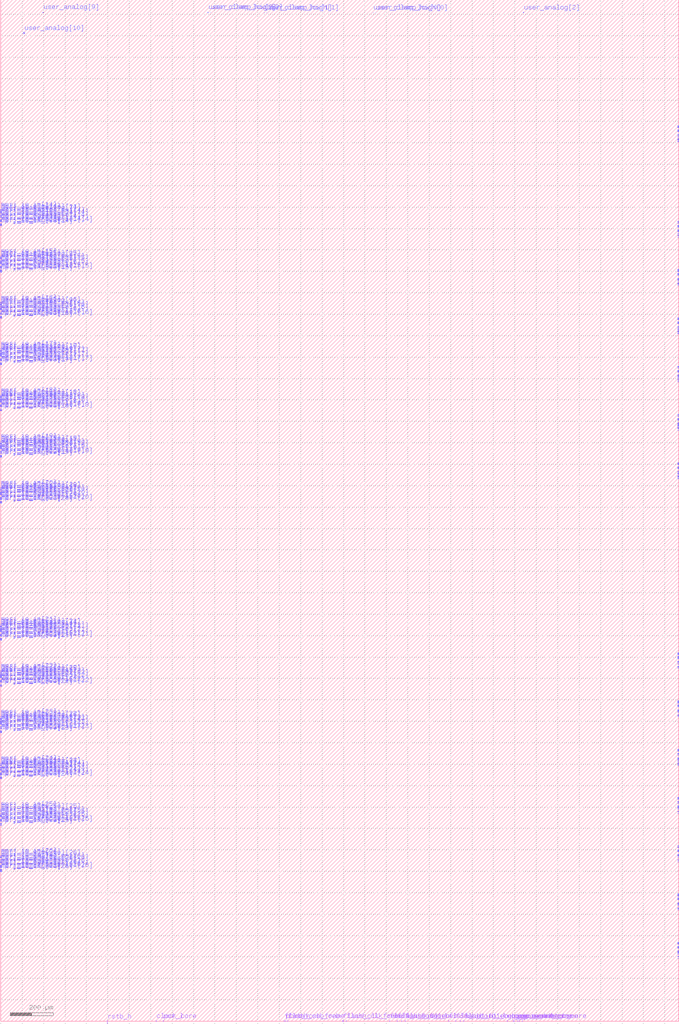
<source format=lef>
VERSION 5.7 ;
  NOWIREEXTENSIONATPIN ON ;
  DIVIDERCHAR "/" ;
  BUSBITCHARS "[]" ;
MACRO caravan_core
  CLASS BLOCK ;
  FOREIGN caravan_core ;
  ORIGIN 0.000 0.000 ;
  SIZE 3165.000 BY 4767.000 ;
  PIN clock_core
    ANTENNAGATEAREA 0.426000 ;
    ANTENNADIFFAREA 0.434700 ;
    PORT
      LAYER met2 ;
        RECT 725.135 -2.000 725.415 4.000 ;
    END
  END clock_core
  PIN flash_clk_frame
    ANTENNADIFFAREA 3.180800 ;
    PORT
      LAYER met2 ;
        RECT 1597.335 -2.000 1597.615 4.000 ;
    END
  END flash_clk_frame
  PIN flash_clk_oeb
    ANTENNADIFFAREA 3.180800 ;
    PORT
      LAYER met2 ;
        RECT 1612.975 -2.000 1613.255 4.000 ;
    END
  END flash_clk_oeb
  PIN flash_csb_frame
    ANTENNADIFFAREA 3.180800 ;
    PORT
      LAYER met2 ;
        RECT 1323.335 -2.000 1323.615 4.000 ;
    END
  END flash_csb_frame
  PIN flash_csb_oeb
    ANTENNADIFFAREA 3.180800 ;
    PORT
      LAYER met2 ;
        RECT 1338.975 -2.000 1339.255 4.000 ;
    END
  END flash_csb_oeb
  PIN flash_io0_di
    ANTENNAGATEAREA 0.247500 ;
    PORT
      LAYER met2 ;
        RECT 1816.135 -2.000 1816.415 4.000 ;
    END
  END flash_io0_di
  PIN flash_io0_do
    ANTENNADIFFAREA 3.180800 ;
    PORT
      LAYER met2 ;
        RECT 1871.335 -2.000 1871.615 4.000 ;
    END
  END flash_io0_do
  PIN flash_io0_ieb
    ANTENNADIFFAREA 3.180800 ;
    PORT
      LAYER met2 ;
        RECT 1849.715 -2.000 1849.995 4.000 ;
    END
  END flash_io0_ieb
  PIN flash_io0_oeb
    ANTENNADIFFAREA 3.180800 ;
    PORT
      LAYER met2 ;
        RECT 1886.975 -2.000 1887.255 4.000 ;
    END
  END flash_io0_oeb
  PIN flash_io1_di
    ANTENNAGATEAREA 0.213000 ;
    PORT
      LAYER met2 ;
        RECT 2090.135 -2.000 2090.415 4.000 ;
    END
  END flash_io1_di
  PIN flash_io1_do
    ANTENNADIFFAREA 3.180800 ;
    PORT
      LAYER met2 ;
        RECT 2145.335 -2.000 2145.615 4.000 ;
    END
  END flash_io1_do
  PIN flash_io1_ieb
    ANTENNADIFFAREA 3.180800 ;
    PORT
      LAYER met2 ;
        RECT 2123.715 -2.000 2123.995 4.000 ;
    END
  END flash_io1_ieb
  PIN flash_io1_oeb
    ANTENNADIFFAREA 3.180800 ;
    PORT
      LAYER met2 ;
        RECT 2160.975 -2.000 2161.255 4.000 ;
    END
  END flash_io1_oeb
  PIN gpio_in_core
    ANTENNAGATEAREA 0.213000 ;
    PORT
      LAYER met2 ;
        RECT 2364.135 -2.000 2364.415 4.000 ;
    END
  END gpio_in_core
  PIN gpio_inenb_core
    ANTENNADIFFAREA 3.180800 ;
    PORT
      LAYER met2 ;
        RECT 2397.715 -2.000 2397.995 4.000 ;
    END
  END gpio_inenb_core
  PIN gpio_mode0_core
    ANTENNADIFFAREA 3.180800 ;
    PORT
      LAYER met2 ;
        RECT 2391.735 -2.000 2392.015 4.000 ;
    END
  END gpio_mode0_core
  PIN gpio_mode1_core
    ANTENNADIFFAREA 3.180800 ;
    PORT
      LAYER met2 ;
        RECT 2413.355 -2.000 2413.635 4.000 ;
    END
  END gpio_mode1_core
  PIN gpio_out_core
    ANTENNADIFFAREA 3.180800 ;
    PORT
      LAYER met2 ;
        RECT 2419.335 -2.000 2419.615 4.000 ;
    END
  END gpio_out_core
  PIN gpio_outenb_core
    ANTENNADIFFAREA 3.180800 ;
    PORT
      LAYER met2 ;
        RECT 2434.975 -2.000 2435.255 4.000 ;
    END
  END gpio_outenb_core
  PIN mprj_io_analog_en[0]
    ANTENNADIFFAREA 3.180800 ;
    PORT
      LAYER met3 ;
        RECT 3161.000 318.355 3167.185 318.955 ;
    END
  END mprj_io_analog_en[0]
  PIN mprj_io_analog_en[10]
    ANTENNADIFFAREA 3.180800 ;
    PORT
      LAYER met3 ;
        RECT 3161.000 3234.355 3167.185 3234.955 ;
    END
  END mprj_io_analog_en[10]
  PIN mprj_io_analog_en[11]
    ANTENNADIFFAREA 3.180800 ;
    PORT
      LAYER met3 ;
        RECT 3161.000 3459.355 3167.185 3459.955 ;
    END
  END mprj_io_analog_en[11]
  PIN mprj_io_analog_en[12]
    ANTENNADIFFAREA 3.180800 ;
    PORT
      LAYER met3 ;
        RECT 3161.000 3684.355 3167.185 3684.955 ;
    END
  END mprj_io_analog_en[12]
  PIN mprj_io_analog_en[13]
    ANTENNADIFFAREA 3.180800 ;
    PORT
      LAYER met3 ;
        RECT 3161.000 4130.355 3167.185 4130.955 ;
    END
  END mprj_io_analog_en[13]
  PIN mprj_io_analog_en[14]
    ANTENNADIFFAREA 3.180800 ;
    PORT
      LAYER met3 ;
        RECT -2.185 3762.045 4.000 3762.645 ;
    END
  END mprj_io_analog_en[14]
  PIN mprj_io_analog_en[15]
    ANTENNADIFFAREA 3.180800 ;
    PORT
      LAYER met3 ;
        RECT -2.185 3546.045 4.000 3546.645 ;
    END
  END mprj_io_analog_en[15]
  PIN mprj_io_analog_en[16]
    ANTENNADIFFAREA 3.180800 ;
    PORT
      LAYER met3 ;
        RECT -2.185 3330.045 4.000 3330.645 ;
    END
  END mprj_io_analog_en[16]
  PIN mprj_io_analog_en[17]
    ANTENNADIFFAREA 3.180800 ;
    PORT
      LAYER met3 ;
        RECT -2.185 3114.045 4.000 3114.645 ;
    END
  END mprj_io_analog_en[17]
  PIN mprj_io_analog_en[18]
    ANTENNADIFFAREA 3.180800 ;
    PORT
      LAYER met3 ;
        RECT -2.185 2898.045 4.000 2898.645 ;
    END
  END mprj_io_analog_en[18]
  PIN mprj_io_analog_en[19]
    ANTENNADIFFAREA 3.180800 ;
    PORT
      LAYER met3 ;
        RECT -2.185 2682.045 4.000 2682.645 ;
    END
  END mprj_io_analog_en[19]
  PIN mprj_io_analog_en[1]
    ANTENNADIFFAREA 3.180800 ;
    PORT
      LAYER met3 ;
        RECT 3161.000 544.355 3167.185 544.955 ;
    END
  END mprj_io_analog_en[1]
  PIN mprj_io_analog_en[20]
    ANTENNADIFFAREA 3.180800 ;
    PORT
      LAYER met3 ;
        RECT -2.185 2466.045 4.000 2466.645 ;
    END
  END mprj_io_analog_en[20]
  PIN mprj_io_analog_en[21]
    ANTENNADIFFAREA 3.180800 ;
    PORT
      LAYER met3 ;
        RECT -2.185 1828.045 4.000 1828.645 ;
    END
  END mprj_io_analog_en[21]
  PIN mprj_io_analog_en[22]
    ANTENNADIFFAREA 3.180800 ;
    PORT
      LAYER met3 ;
        RECT -2.185 1612.045 4.000 1612.645 ;
    END
  END mprj_io_analog_en[22]
  PIN mprj_io_analog_en[23]
    ANTENNADIFFAREA 3.180800 ;
    PORT
      LAYER met3 ;
        RECT -2.185 1396.045 4.000 1396.645 ;
    END
  END mprj_io_analog_en[23]
  PIN mprj_io_analog_en[24]
    ANTENNADIFFAREA 3.180800 ;
    PORT
      LAYER met3 ;
        RECT -2.185 1180.045 4.000 1180.645 ;
    END
  END mprj_io_analog_en[24]
  PIN mprj_io_analog_en[25]
    ANTENNADIFFAREA 3.180800 ;
    PORT
      LAYER met3 ;
        RECT -2.185 964.045 4.000 964.645 ;
    END
  END mprj_io_analog_en[25]
  PIN mprj_io_analog_en[26]
    ANTENNADIFFAREA 3.180800 ;
    PORT
      LAYER met3 ;
        RECT -2.185 748.045 4.000 748.645 ;
    END
  END mprj_io_analog_en[26]
  PIN mprj_io_analog_en[2]
    ANTENNADIFFAREA 3.180800 ;
    PORT
      LAYER met3 ;
        RECT 3161.000 769.355 3167.185 769.955 ;
    END
  END mprj_io_analog_en[2]
  PIN mprj_io_analog_en[3]
    ANTENNADIFFAREA 3.180800 ;
    PORT
      LAYER met3 ;
        RECT 3161.000 995.355 3167.185 995.955 ;
    END
  END mprj_io_analog_en[3]
  PIN mprj_io_analog_en[4]
    ANTENNADIFFAREA 3.180800 ;
    PORT
      LAYER met3 ;
        RECT 3161.000 1220.355 3167.185 1220.955 ;
    END
  END mprj_io_analog_en[4]
  PIN mprj_io_analog_en[5]
    ANTENNADIFFAREA 3.180800 ;
    PORT
      LAYER met3 ;
        RECT 3161.000 1445.355 3167.185 1445.955 ;
    END
  END mprj_io_analog_en[5]
  PIN mprj_io_analog_en[6]
    ANTENNADIFFAREA 3.180800 ;
    PORT
      LAYER met3 ;
        RECT 3161.000 1671.355 3167.185 1671.955 ;
    END
  END mprj_io_analog_en[6]
  PIN mprj_io_analog_en[7]
    ANTENNADIFFAREA 3.180800 ;
    PORT
      LAYER met3 ;
        RECT 3161.000 2557.355 3167.185 2557.955 ;
    END
  END mprj_io_analog_en[7]
  PIN mprj_io_analog_en[8]
    ANTENNADIFFAREA 3.180800 ;
    PORT
      LAYER met3 ;
        RECT 3161.000 2783.355 3167.185 2783.955 ;
    END
  END mprj_io_analog_en[8]
  PIN mprj_io_analog_en[9]
    ANTENNADIFFAREA 3.180800 ;
    PORT
      LAYER met3 ;
        RECT 3161.000 3008.355 3167.185 3008.955 ;
    END
  END mprj_io_analog_en[9]
  PIN mprj_io_analog_pol[0]
    ANTENNADIFFAREA 3.180800 ;
    PORT
      LAYER met3 ;
        RECT 3161.000 324.795 3167.185 325.395 ;
    END
  END mprj_io_analog_pol[0]
  PIN mprj_io_analog_pol[10]
    ANTENNADIFFAREA 3.180800 ;
    PORT
      LAYER met3 ;
        RECT 3161.000 3240.795 3167.185 3241.395 ;
    END
  END mprj_io_analog_pol[10]
  PIN mprj_io_analog_pol[11]
    ANTENNADIFFAREA 3.180800 ;
    PORT
      LAYER met3 ;
        RECT 3161.000 3465.795 3167.185 3466.395 ;
    END
  END mprj_io_analog_pol[11]
  PIN mprj_io_analog_pol[12]
    ANTENNADIFFAREA 3.180800 ;
    PORT
      LAYER met3 ;
        RECT 3161.000 3690.795 3167.185 3691.395 ;
    END
  END mprj_io_analog_pol[12]
  PIN mprj_io_analog_pol[13]
    ANTENNADIFFAREA 3.180800 ;
    PORT
      LAYER met3 ;
        RECT 3161.000 4136.795 3167.185 4137.395 ;
    END
  END mprj_io_analog_pol[13]
  PIN mprj_io_analog_pol[14]
    ANTENNADIFFAREA 3.180800 ;
    PORT
      LAYER met3 ;
        RECT -2.185 3755.605 4.000 3756.205 ;
    END
  END mprj_io_analog_pol[14]
  PIN mprj_io_analog_pol[15]
    ANTENNADIFFAREA 3.180800 ;
    PORT
      LAYER met3 ;
        RECT -2.185 3539.605 4.000 3540.205 ;
    END
  END mprj_io_analog_pol[15]
  PIN mprj_io_analog_pol[16]
    ANTENNADIFFAREA 3.180800 ;
    PORT
      LAYER met3 ;
        RECT -2.185 3323.605 4.000 3324.205 ;
    END
  END mprj_io_analog_pol[16]
  PIN mprj_io_analog_pol[17]
    ANTENNADIFFAREA 3.180800 ;
    PORT
      LAYER met3 ;
        RECT -2.185 3107.605 4.000 3108.205 ;
    END
  END mprj_io_analog_pol[17]
  PIN mprj_io_analog_pol[18]
    ANTENNADIFFAREA 3.180800 ;
    PORT
      LAYER met3 ;
        RECT -2.185 2891.605 4.000 2892.205 ;
    END
  END mprj_io_analog_pol[18]
  PIN mprj_io_analog_pol[19]
    ANTENNADIFFAREA 3.180800 ;
    PORT
      LAYER met3 ;
        RECT -2.185 2675.605 4.000 2676.205 ;
    END
  END mprj_io_analog_pol[19]
  PIN mprj_io_analog_pol[1]
    ANTENNADIFFAREA 3.180800 ;
    PORT
      LAYER met3 ;
        RECT 3161.000 550.795 3167.185 551.395 ;
    END
  END mprj_io_analog_pol[1]
  PIN mprj_io_analog_pol[20]
    ANTENNADIFFAREA 3.180800 ;
    PORT
      LAYER met3 ;
        RECT -2.185 2459.605 4.000 2460.205 ;
    END
  END mprj_io_analog_pol[20]
  PIN mprj_io_analog_pol[21]
    ANTENNADIFFAREA 3.180800 ;
    PORT
      LAYER met3 ;
        RECT -2.185 1821.605 4.000 1822.205 ;
    END
  END mprj_io_analog_pol[21]
  PIN mprj_io_analog_pol[22]
    ANTENNADIFFAREA 3.180800 ;
    PORT
      LAYER met3 ;
        RECT -2.185 1605.605 4.000 1606.205 ;
    END
  END mprj_io_analog_pol[22]
  PIN mprj_io_analog_pol[23]
    ANTENNADIFFAREA 3.180800 ;
    PORT
      LAYER met3 ;
        RECT -2.185 1389.605 4.000 1390.205 ;
    END
  END mprj_io_analog_pol[23]
  PIN mprj_io_analog_pol[24]
    ANTENNADIFFAREA 3.180800 ;
    PORT
      LAYER met3 ;
        RECT -2.185 1173.605 4.000 1174.205 ;
    END
  END mprj_io_analog_pol[24]
  PIN mprj_io_analog_pol[25]
    ANTENNADIFFAREA 3.180800 ;
    PORT
      LAYER met3 ;
        RECT -2.185 957.605 4.000 958.205 ;
    END
  END mprj_io_analog_pol[25]
  PIN mprj_io_analog_pol[26]
    ANTENNADIFFAREA 3.180800 ;
    PORT
      LAYER met3 ;
        RECT -2.185 741.605 4.000 742.205 ;
    END
  END mprj_io_analog_pol[26]
  PIN mprj_io_analog_pol[2]
    ANTENNADIFFAREA 3.180800 ;
    PORT
      LAYER met3 ;
        RECT 3161.000 775.795 3167.185 776.395 ;
    END
  END mprj_io_analog_pol[2]
  PIN mprj_io_analog_pol[3]
    ANTENNADIFFAREA 3.180800 ;
    PORT
      LAYER met3 ;
        RECT 3161.000 1001.795 3167.185 1002.395 ;
    END
  END mprj_io_analog_pol[3]
  PIN mprj_io_analog_pol[4]
    ANTENNADIFFAREA 3.180800 ;
    PORT
      LAYER met3 ;
        RECT 3161.000 1226.795 3167.185 1227.395 ;
    END
  END mprj_io_analog_pol[4]
  PIN mprj_io_analog_pol[5]
    ANTENNADIFFAREA 3.180800 ;
    PORT
      LAYER met3 ;
        RECT 3161.000 1451.795 3167.185 1452.395 ;
    END
  END mprj_io_analog_pol[5]
  PIN mprj_io_analog_pol[6]
    ANTENNADIFFAREA 3.180800 ;
    PORT
      LAYER met3 ;
        RECT 3161.000 1677.795 3167.185 1678.395 ;
    END
  END mprj_io_analog_pol[6]
  PIN mprj_io_analog_pol[7]
    ANTENNADIFFAREA 3.180800 ;
    PORT
      LAYER met3 ;
        RECT 3161.000 2563.795 3167.185 2564.395 ;
    END
  END mprj_io_analog_pol[7]
  PIN mprj_io_analog_pol[8]
    ANTENNADIFFAREA 3.180800 ;
    PORT
      LAYER met3 ;
        RECT 3161.000 2789.795 3167.185 2790.395 ;
    END
  END mprj_io_analog_pol[8]
  PIN mprj_io_analog_pol[9]
    ANTENNADIFFAREA 3.180800 ;
    PORT
      LAYER met3 ;
        RECT 3161.000 3014.795 3167.185 3015.395 ;
    END
  END mprj_io_analog_pol[9]
  PIN mprj_io_analog_sel[0]
    ANTENNADIFFAREA 3.180800 ;
    PORT
      LAYER met3 ;
        RECT 3161.000 339.975 3167.185 340.575 ;
    END
  END mprj_io_analog_sel[0]
  PIN mprj_io_analog_sel[10]
    ANTENNADIFFAREA 3.180800 ;
    PORT
      LAYER met3 ;
        RECT 3161.000 3255.975 3167.185 3256.575 ;
    END
  END mprj_io_analog_sel[10]
  PIN mprj_io_analog_sel[11]
    ANTENNADIFFAREA 3.180800 ;
    PORT
      LAYER met3 ;
        RECT 3161.000 3480.975 3167.185 3481.575 ;
    END
  END mprj_io_analog_sel[11]
  PIN mprj_io_analog_sel[12]
    ANTENNADIFFAREA 3.180800 ;
    PORT
      LAYER met3 ;
        RECT 3161.000 3705.975 3167.185 3706.575 ;
    END
  END mprj_io_analog_sel[12]
  PIN mprj_io_analog_sel[13]
    ANTENNADIFFAREA 3.180800 ;
    PORT
      LAYER met3 ;
        RECT 3161.000 4151.975 3167.185 4152.575 ;
    END
  END mprj_io_analog_sel[13]
  PIN mprj_io_analog_sel[14]
    ANTENNADIFFAREA 3.180800 ;
    PORT
      LAYER met3 ;
        RECT -2.185 3740.425 4.000 3741.025 ;
    END
  END mprj_io_analog_sel[14]
  PIN mprj_io_analog_sel[15]
    ANTENNADIFFAREA 3.180800 ;
    PORT
      LAYER met3 ;
        RECT -2.185 3524.425 4.000 3525.025 ;
    END
  END mprj_io_analog_sel[15]
  PIN mprj_io_analog_sel[16]
    ANTENNADIFFAREA 3.180800 ;
    PORT
      LAYER met3 ;
        RECT -2.185 3308.425 4.000 3309.025 ;
    END
  END mprj_io_analog_sel[16]
  PIN mprj_io_analog_sel[17]
    ANTENNADIFFAREA 3.180800 ;
    PORT
      LAYER met3 ;
        RECT -2.185 3092.425 4.000 3093.025 ;
    END
  END mprj_io_analog_sel[17]
  PIN mprj_io_analog_sel[18]
    ANTENNADIFFAREA 3.180800 ;
    PORT
      LAYER met3 ;
        RECT -2.185 2876.425 4.000 2877.025 ;
    END
  END mprj_io_analog_sel[18]
  PIN mprj_io_analog_sel[19]
    ANTENNADIFFAREA 3.180800 ;
    PORT
      LAYER met3 ;
        RECT -2.185 2660.425 4.000 2661.025 ;
    END
  END mprj_io_analog_sel[19]
  PIN mprj_io_analog_sel[1]
    ANTENNADIFFAREA 3.180800 ;
    PORT
      LAYER met3 ;
        RECT 3161.000 565.975 3167.185 566.575 ;
    END
  END mprj_io_analog_sel[1]
  PIN mprj_io_analog_sel[20]
    ANTENNADIFFAREA 3.180800 ;
    PORT
      LAYER met3 ;
        RECT -2.185 2444.425 4.000 2445.025 ;
    END
  END mprj_io_analog_sel[20]
  PIN mprj_io_analog_sel[21]
    ANTENNADIFFAREA 3.180800 ;
    PORT
      LAYER met3 ;
        RECT -2.185 1806.425 4.000 1807.025 ;
    END
  END mprj_io_analog_sel[21]
  PIN mprj_io_analog_sel[22]
    ANTENNADIFFAREA 3.180800 ;
    PORT
      LAYER met3 ;
        RECT -2.185 1590.425 4.000 1591.025 ;
    END
  END mprj_io_analog_sel[22]
  PIN mprj_io_analog_sel[23]
    ANTENNADIFFAREA 3.180800 ;
    PORT
      LAYER met3 ;
        RECT -2.185 1374.425 4.000 1375.025 ;
    END
  END mprj_io_analog_sel[23]
  PIN mprj_io_analog_sel[24]
    ANTENNADIFFAREA 3.180800 ;
    PORT
      LAYER met3 ;
        RECT -2.185 1158.425 4.000 1159.025 ;
    END
  END mprj_io_analog_sel[24]
  PIN mprj_io_analog_sel[25]
    ANTENNADIFFAREA 3.180800 ;
    PORT
      LAYER met3 ;
        RECT -2.185 942.425 4.000 943.025 ;
    END
  END mprj_io_analog_sel[25]
  PIN mprj_io_analog_sel[26]
    ANTENNADIFFAREA 3.180800 ;
    PORT
      LAYER met3 ;
        RECT -2.185 726.425 4.000 727.025 ;
    END
  END mprj_io_analog_sel[26]
  PIN mprj_io_analog_sel[2]
    ANTENNADIFFAREA 3.180800 ;
    PORT
      LAYER met3 ;
        RECT 3161.000 790.975 3167.185 791.575 ;
    END
  END mprj_io_analog_sel[2]
  PIN mprj_io_analog_sel[3]
    ANTENNADIFFAREA 3.180800 ;
    PORT
      LAYER met3 ;
        RECT 3161.000 1016.975 3167.185 1017.575 ;
    END
  END mprj_io_analog_sel[3]
  PIN mprj_io_analog_sel[4]
    ANTENNADIFFAREA 3.180800 ;
    PORT
      LAYER met3 ;
        RECT 3161.000 1241.975 3167.185 1242.575 ;
    END
  END mprj_io_analog_sel[4]
  PIN mprj_io_analog_sel[5]
    ANTENNADIFFAREA 3.180800 ;
    PORT
      LAYER met3 ;
        RECT 3161.000 1466.975 3167.185 1467.575 ;
    END
  END mprj_io_analog_sel[5]
  PIN mprj_io_analog_sel[6]
    ANTENNADIFFAREA 3.180800 ;
    PORT
      LAYER met3 ;
        RECT 3161.000 1692.975 3167.185 1693.575 ;
    END
  END mprj_io_analog_sel[6]
  PIN mprj_io_analog_sel[7]
    ANTENNADIFFAREA 3.180800 ;
    PORT
      LAYER met3 ;
        RECT 3161.000 2578.975 3167.185 2579.575 ;
    END
  END mprj_io_analog_sel[7]
  PIN mprj_io_analog_sel[8]
    ANTENNADIFFAREA 3.180800 ;
    PORT
      LAYER met3 ;
        RECT 3161.000 2804.975 3167.185 2805.575 ;
    END
  END mprj_io_analog_sel[8]
  PIN mprj_io_analog_sel[9]
    ANTENNADIFFAREA 3.180800 ;
    PORT
      LAYER met3 ;
        RECT 3161.000 3029.975 3167.185 3030.575 ;
    END
  END mprj_io_analog_sel[9]
  PIN mprj_io_dm[0]
    ANTENNADIFFAREA 3.180800 ;
    PORT
      LAYER met3 ;
        RECT 3161.000 321.575 3167.185 322.175 ;
    END
  END mprj_io_dm[0]
  PIN mprj_io_dm[10]
    ANTENNADIFFAREA 3.180800 ;
    PORT
      LAYER met3 ;
        RECT 3161.000 989.375 3167.185 989.975 ;
    END
  END mprj_io_dm[10]
  PIN mprj_io_dm[11]
    ANTENNADIFFAREA 3.180800 ;
    PORT
      LAYER met3 ;
        RECT 3161.000 1020.195 3167.185 1020.795 ;
    END
  END mprj_io_dm[11]
  PIN mprj_io_dm[12]
    ANTENNADIFFAREA 3.180800 ;
    PORT
      LAYER met3 ;
        RECT 3161.000 1223.575 3167.185 1224.175 ;
    END
  END mprj_io_dm[12]
  PIN mprj_io_dm[13]
    ANTENNADIFFAREA 3.180800 ;
    PORT
      LAYER met3 ;
        RECT 3161.000 1214.375 3167.185 1214.975 ;
    END
  END mprj_io_dm[13]
  PIN mprj_io_dm[14]
    ANTENNADIFFAREA 3.180800 ;
    PORT
      LAYER met3 ;
        RECT 3161.000 1245.195 3167.185 1245.795 ;
    END
  END mprj_io_dm[14]
  PIN mprj_io_dm[15]
    ANTENNADIFFAREA 3.180800 ;
    PORT
      LAYER met3 ;
        RECT 3161.000 1448.575 3167.185 1449.175 ;
    END
  END mprj_io_dm[15]
  PIN mprj_io_dm[16]
    ANTENNADIFFAREA 3.180800 ;
    PORT
      LAYER met3 ;
        RECT 3161.000 1439.375 3167.185 1439.975 ;
    END
  END mprj_io_dm[16]
  PIN mprj_io_dm[17]
    ANTENNADIFFAREA 3.180800 ;
    PORT
      LAYER met3 ;
        RECT 3161.000 1470.195 3167.185 1470.795 ;
    END
  END mprj_io_dm[17]
  PIN mprj_io_dm[18]
    ANTENNADIFFAREA 3.180800 ;
    PORT
      LAYER met3 ;
        RECT 3161.000 1674.575 3167.185 1675.175 ;
    END
  END mprj_io_dm[18]
  PIN mprj_io_dm[19]
    ANTENNADIFFAREA 3.180800 ;
    PORT
      LAYER met3 ;
        RECT 3161.000 1665.375 3167.185 1665.975 ;
    END
  END mprj_io_dm[19]
  PIN mprj_io_dm[1]
    ANTENNADIFFAREA 3.180800 ;
    PORT
      LAYER met3 ;
        RECT 3161.000 312.375 3167.185 312.975 ;
    END
  END mprj_io_dm[1]
  PIN mprj_io_dm[20]
    ANTENNADIFFAREA 3.180800 ;
    PORT
      LAYER met3 ;
        RECT 3161.000 1696.195 3167.185 1696.795 ;
    END
  END mprj_io_dm[20]
  PIN mprj_io_dm[21]
    ANTENNADIFFAREA 3.180800 ;
    PORT
      LAYER met3 ;
        RECT 3161.000 2560.575 3167.185 2561.175 ;
    END
  END mprj_io_dm[21]
  PIN mprj_io_dm[22]
    ANTENNADIFFAREA 3.180800 ;
    PORT
      LAYER met3 ;
        RECT 3161.000 2551.375 3167.185 2551.975 ;
    END
  END mprj_io_dm[22]
  PIN mprj_io_dm[23]
    ANTENNADIFFAREA 3.180800 ;
    PORT
      LAYER met3 ;
        RECT 3161.000 2582.195 3167.185 2582.795 ;
    END
  END mprj_io_dm[23]
  PIN mprj_io_dm[24]
    ANTENNADIFFAREA 3.180800 ;
    PORT
      LAYER met3 ;
        RECT 3161.000 2786.575 3167.185 2787.175 ;
    END
  END mprj_io_dm[24]
  PIN mprj_io_dm[25]
    ANTENNADIFFAREA 3.180800 ;
    PORT
      LAYER met3 ;
        RECT 3161.000 2777.375 3167.185 2777.975 ;
    END
  END mprj_io_dm[25]
  PIN mprj_io_dm[26]
    ANTENNADIFFAREA 3.180800 ;
    PORT
      LAYER met3 ;
        RECT 3161.000 2808.195 3167.185 2808.795 ;
    END
  END mprj_io_dm[26]
  PIN mprj_io_dm[27]
    ANTENNADIFFAREA 3.180800 ;
    PORT
      LAYER met3 ;
        RECT 3161.000 3011.575 3167.185 3012.175 ;
    END
  END mprj_io_dm[27]
  PIN mprj_io_dm[28]
    ANTENNADIFFAREA 3.180800 ;
    PORT
      LAYER met3 ;
        RECT 3161.000 3002.375 3167.185 3002.975 ;
    END
  END mprj_io_dm[28]
  PIN mprj_io_dm[29]
    ANTENNADIFFAREA 3.180800 ;
    PORT
      LAYER met3 ;
        RECT 3161.000 3033.195 3167.185 3033.795 ;
    END
  END mprj_io_dm[29]
  PIN mprj_io_dm[2]
    ANTENNADIFFAREA 3.180800 ;
    PORT
      LAYER met3 ;
        RECT 3161.000 343.195 3167.185 343.795 ;
    END
  END mprj_io_dm[2]
  PIN mprj_io_dm[30]
    ANTENNADIFFAREA 3.180800 ;
    PORT
      LAYER met3 ;
        RECT 3161.000 3237.575 3167.185 3238.175 ;
    END
  END mprj_io_dm[30]
  PIN mprj_io_dm[31]
    ANTENNADIFFAREA 3.180800 ;
    PORT
      LAYER met3 ;
        RECT 3161.000 3228.375 3167.185 3228.975 ;
    END
  END mprj_io_dm[31]
  PIN mprj_io_dm[32]
    ANTENNADIFFAREA 3.180800 ;
    PORT
      LAYER met3 ;
        RECT 3161.000 3259.195 3167.185 3259.795 ;
    END
  END mprj_io_dm[32]
  PIN mprj_io_dm[33]
    ANTENNADIFFAREA 3.180800 ;
    PORT
      LAYER met3 ;
        RECT 3161.000 3462.575 3167.185 3463.175 ;
    END
  END mprj_io_dm[33]
  PIN mprj_io_dm[34]
    ANTENNADIFFAREA 3.180800 ;
    PORT
      LAYER met3 ;
        RECT 3161.000 3453.375 3167.185 3453.975 ;
    END
  END mprj_io_dm[34]
  PIN mprj_io_dm[35]
    ANTENNADIFFAREA 3.180800 ;
    PORT
      LAYER met3 ;
        RECT 3161.000 3484.195 3167.185 3484.795 ;
    END
  END mprj_io_dm[35]
  PIN mprj_io_dm[36]
    ANTENNADIFFAREA 3.180800 ;
    PORT
      LAYER met3 ;
        RECT 3161.000 3687.575 3167.185 3688.175 ;
    END
  END mprj_io_dm[36]
  PIN mprj_io_dm[37]
    ANTENNADIFFAREA 3.180800 ;
    PORT
      LAYER met3 ;
        RECT 3161.000 3678.375 3167.185 3678.975 ;
    END
  END mprj_io_dm[37]
  PIN mprj_io_dm[38]
    ANTENNADIFFAREA 3.180800 ;
    PORT
      LAYER met3 ;
        RECT 3161.000 3709.195 3167.185 3709.795 ;
    END
  END mprj_io_dm[38]
  PIN mprj_io_dm[39]
    ANTENNADIFFAREA 3.180800 ;
    PORT
      LAYER met3 ;
        RECT 3161.000 4133.575 3167.185 4134.175 ;
    END
  END mprj_io_dm[39]
  PIN mprj_io_dm[3]
    ANTENNADIFFAREA 3.180800 ;
    PORT
      LAYER met3 ;
        RECT 3161.000 547.575 3167.185 548.175 ;
    END
  END mprj_io_dm[3]
  PIN mprj_io_dm[40]
    ANTENNADIFFAREA 3.180800 ;
    PORT
      LAYER met3 ;
        RECT 3161.000 4124.375 3167.185 4124.975 ;
    END
  END mprj_io_dm[40]
  PIN mprj_io_dm[41]
    ANTENNADIFFAREA 3.180800 ;
    PORT
      LAYER met3 ;
        RECT 3161.000 4155.195 3167.185 4155.795 ;
    END
  END mprj_io_dm[41]
  PIN mprj_io_dm[42]
    ANTENNADIFFAREA 3.180800 ;
    PORT
      LAYER met3 ;
        RECT -2.185 3758.825 4.000 3759.425 ;
    END
  END mprj_io_dm[42]
  PIN mprj_io_dm[43]
    ANTENNADIFFAREA 3.180800 ;
    PORT
      LAYER met3 ;
        RECT -2.185 3768.025 4.000 3768.625 ;
    END
  END mprj_io_dm[43]
  PIN mprj_io_dm[44]
    ANTENNADIFFAREA 3.180800 ;
    PORT
      LAYER met3 ;
        RECT -2.185 3737.205 4.000 3737.805 ;
    END
  END mprj_io_dm[44]
  PIN mprj_io_dm[45]
    ANTENNADIFFAREA 3.180800 ;
    PORT
      LAYER met3 ;
        RECT -2.185 3542.825 4.000 3543.425 ;
    END
  END mprj_io_dm[45]
  PIN mprj_io_dm[46]
    ANTENNADIFFAREA 3.180800 ;
    PORT
      LAYER met3 ;
        RECT -2.185 3552.025 4.000 3552.625 ;
    END
  END mprj_io_dm[46]
  PIN mprj_io_dm[47]
    ANTENNADIFFAREA 3.180800 ;
    PORT
      LAYER met3 ;
        RECT -2.185 3521.205 4.000 3521.805 ;
    END
  END mprj_io_dm[47]
  PIN mprj_io_dm[48]
    ANTENNADIFFAREA 3.180800 ;
    PORT
      LAYER met3 ;
        RECT -2.185 3326.825 4.000 3327.425 ;
    END
  END mprj_io_dm[48]
  PIN mprj_io_dm[49]
    ANTENNADIFFAREA 3.180800 ;
    PORT
      LAYER met3 ;
        RECT -2.185 3336.025 4.000 3336.625 ;
    END
  END mprj_io_dm[49]
  PIN mprj_io_dm[4]
    ANTENNADIFFAREA 3.180800 ;
    PORT
      LAYER met3 ;
        RECT 3161.000 538.375 3167.185 538.975 ;
    END
  END mprj_io_dm[4]
  PIN mprj_io_dm[50]
    ANTENNADIFFAREA 3.180800 ;
    PORT
      LAYER met3 ;
        RECT -2.185 3305.205 4.000 3305.805 ;
    END
  END mprj_io_dm[50]
  PIN mprj_io_dm[51]
    ANTENNADIFFAREA 3.180800 ;
    PORT
      LAYER met3 ;
        RECT -2.185 3110.825 4.000 3111.425 ;
    END
  END mprj_io_dm[51]
  PIN mprj_io_dm[52]
    ANTENNADIFFAREA 3.180800 ;
    PORT
      LAYER met3 ;
        RECT -2.185 3120.025 4.000 3120.625 ;
    END
  END mprj_io_dm[52]
  PIN mprj_io_dm[53]
    ANTENNADIFFAREA 3.180800 ;
    PORT
      LAYER met3 ;
        RECT -2.185 3089.205 4.000 3089.805 ;
    END
  END mprj_io_dm[53]
  PIN mprj_io_dm[54]
    ANTENNADIFFAREA 3.180800 ;
    PORT
      LAYER met3 ;
        RECT -2.185 2894.825 4.000 2895.425 ;
    END
  END mprj_io_dm[54]
  PIN mprj_io_dm[55]
    ANTENNADIFFAREA 3.180800 ;
    PORT
      LAYER met3 ;
        RECT -2.185 2904.025 4.000 2904.625 ;
    END
  END mprj_io_dm[55]
  PIN mprj_io_dm[56]
    ANTENNADIFFAREA 3.180800 ;
    PORT
      LAYER met3 ;
        RECT -2.185 2873.205 4.000 2873.805 ;
    END
  END mprj_io_dm[56]
  PIN mprj_io_dm[57]
    ANTENNADIFFAREA 3.180800 ;
    PORT
      LAYER met3 ;
        RECT -2.185 2678.825 4.000 2679.425 ;
    END
  END mprj_io_dm[57]
  PIN mprj_io_dm[58]
    ANTENNADIFFAREA 3.180800 ;
    PORT
      LAYER met3 ;
        RECT -2.185 2688.025 4.000 2688.625 ;
    END
  END mprj_io_dm[58]
  PIN mprj_io_dm[59]
    ANTENNADIFFAREA 3.180800 ;
    PORT
      LAYER met3 ;
        RECT -2.185 2657.205 4.000 2657.805 ;
    END
  END mprj_io_dm[59]
  PIN mprj_io_dm[5]
    ANTENNADIFFAREA 3.180800 ;
    PORT
      LAYER met3 ;
        RECT 3161.000 569.195 3167.185 569.795 ;
    END
  END mprj_io_dm[5]
  PIN mprj_io_dm[60]
    ANTENNADIFFAREA 3.180800 ;
    PORT
      LAYER met3 ;
        RECT -2.185 2462.825 4.000 2463.425 ;
    END
  END mprj_io_dm[60]
  PIN mprj_io_dm[61]
    ANTENNADIFFAREA 3.180800 ;
    PORT
      LAYER met3 ;
        RECT -2.185 2472.025 4.000 2472.625 ;
    END
  END mprj_io_dm[61]
  PIN mprj_io_dm[62]
    ANTENNADIFFAREA 3.180800 ;
    PORT
      LAYER met3 ;
        RECT -2.185 2441.205 4.000 2441.805 ;
    END
  END mprj_io_dm[62]
  PIN mprj_io_dm[63]
    ANTENNADIFFAREA 3.180800 ;
    PORT
      LAYER met3 ;
        RECT -2.185 1824.825 4.000 1825.425 ;
    END
  END mprj_io_dm[63]
  PIN mprj_io_dm[64]
    ANTENNADIFFAREA 3.180800 ;
    PORT
      LAYER met3 ;
        RECT -2.185 1834.025 4.000 1834.625 ;
    END
  END mprj_io_dm[64]
  PIN mprj_io_dm[65]
    ANTENNADIFFAREA 3.180800 ;
    PORT
      LAYER met3 ;
        RECT -2.185 1803.205 4.000 1803.805 ;
    END
  END mprj_io_dm[65]
  PIN mprj_io_dm[66]
    ANTENNADIFFAREA 3.180800 ;
    PORT
      LAYER met3 ;
        RECT -2.185 1608.825 4.000 1609.425 ;
    END
  END mprj_io_dm[66]
  PIN mprj_io_dm[67]
    ANTENNADIFFAREA 3.180800 ;
    PORT
      LAYER met3 ;
        RECT -2.185 1618.025 4.000 1618.625 ;
    END
  END mprj_io_dm[67]
  PIN mprj_io_dm[68]
    ANTENNADIFFAREA 3.180800 ;
    PORT
      LAYER met3 ;
        RECT -2.185 1587.205 4.000 1587.805 ;
    END
  END mprj_io_dm[68]
  PIN mprj_io_dm[69]
    ANTENNADIFFAREA 3.180800 ;
    PORT
      LAYER met3 ;
        RECT -2.185 1392.825 4.000 1393.425 ;
    END
  END mprj_io_dm[69]
  PIN mprj_io_dm[6]
    ANTENNADIFFAREA 3.180800 ;
    PORT
      LAYER met3 ;
        RECT 3161.000 772.575 3167.185 773.175 ;
    END
  END mprj_io_dm[6]
  PIN mprj_io_dm[70]
    ANTENNADIFFAREA 3.180800 ;
    PORT
      LAYER met3 ;
        RECT -2.185 1402.025 4.000 1402.625 ;
    END
  END mprj_io_dm[70]
  PIN mprj_io_dm[71]
    ANTENNADIFFAREA 3.180800 ;
    PORT
      LAYER met3 ;
        RECT -2.185 1371.205 4.000 1371.805 ;
    END
  END mprj_io_dm[71]
  PIN mprj_io_dm[72]
    ANTENNADIFFAREA 3.180800 ;
    PORT
      LAYER met3 ;
        RECT -2.185 1176.825 4.000 1177.425 ;
    END
  END mprj_io_dm[72]
  PIN mprj_io_dm[73]
    ANTENNADIFFAREA 3.180800 ;
    PORT
      LAYER met3 ;
        RECT -2.185 1186.025 4.000 1186.625 ;
    END
  END mprj_io_dm[73]
  PIN mprj_io_dm[74]
    ANTENNADIFFAREA 3.180800 ;
    PORT
      LAYER met3 ;
        RECT -2.185 1155.205 4.000 1155.805 ;
    END
  END mprj_io_dm[74]
  PIN mprj_io_dm[75]
    ANTENNADIFFAREA 3.180800 ;
    PORT
      LAYER met3 ;
        RECT -2.185 960.825 4.000 961.425 ;
    END
  END mprj_io_dm[75]
  PIN mprj_io_dm[76]
    ANTENNADIFFAREA 3.180800 ;
    PORT
      LAYER met3 ;
        RECT -2.185 970.025 4.000 970.625 ;
    END
  END mprj_io_dm[76]
  PIN mprj_io_dm[77]
    ANTENNADIFFAREA 3.180800 ;
    PORT
      LAYER met3 ;
        RECT -2.185 939.205 4.000 939.805 ;
    END
  END mprj_io_dm[77]
  PIN mprj_io_dm[78]
    ANTENNADIFFAREA 3.180800 ;
    PORT
      LAYER met3 ;
        RECT -2.185 744.825 4.000 745.425 ;
    END
  END mprj_io_dm[78]
  PIN mprj_io_dm[79]
    ANTENNADIFFAREA 3.180800 ;
    PORT
      LAYER met3 ;
        RECT -2.185 754.025 4.000 754.625 ;
    END
  END mprj_io_dm[79]
  PIN mprj_io_dm[7]
    ANTENNADIFFAREA 3.180800 ;
    PORT
      LAYER met3 ;
        RECT 3161.000 763.375 3167.185 763.975 ;
    END
  END mprj_io_dm[7]
  PIN mprj_io_dm[80]
    ANTENNADIFFAREA 3.180800 ;
    PORT
      LAYER met3 ;
        RECT -2.185 723.205 4.000 723.805 ;
    END
  END mprj_io_dm[80]
  PIN mprj_io_dm[8]
    ANTENNADIFFAREA 3.180800 ;
    PORT
      LAYER met3 ;
        RECT 3161.000 794.195 3167.185 794.795 ;
    END
  END mprj_io_dm[8]
  PIN mprj_io_dm[9]
    ANTENNADIFFAREA 3.180800 ;
    PORT
      LAYER met3 ;
        RECT 3161.000 998.575 3167.185 999.175 ;
    END
  END mprj_io_dm[9]
  PIN mprj_io_holdover[0]
    ANTENNADIFFAREA 3.180800 ;
    PORT
      LAYER met3 ;
        RECT 3161.000 346.415 3167.185 347.015 ;
    END
  END mprj_io_holdover[0]
  PIN mprj_io_holdover[10]
    ANTENNADIFFAREA 3.180800 ;
    PORT
      LAYER met3 ;
        RECT 3161.000 3262.415 3167.185 3263.015 ;
    END
  END mprj_io_holdover[10]
  PIN mprj_io_holdover[11]
    ANTENNADIFFAREA 3.180800 ;
    PORT
      LAYER met3 ;
        RECT 3161.000 3487.415 3167.185 3488.015 ;
    END
  END mprj_io_holdover[11]
  PIN mprj_io_holdover[12]
    ANTENNADIFFAREA 3.180800 ;
    PORT
      LAYER met3 ;
        RECT 3161.000 3712.415 3167.185 3713.015 ;
    END
  END mprj_io_holdover[12]
  PIN mprj_io_holdover[13]
    ANTENNADIFFAREA 3.180800 ;
    PORT
      LAYER met3 ;
        RECT 3161.000 4158.415 3167.185 4159.015 ;
    END
  END mprj_io_holdover[13]
  PIN mprj_io_holdover[14]
    ANTENNADIFFAREA 3.180800 ;
    PORT
      LAYER met3 ;
        RECT -2.185 3733.985 4.000 3734.585 ;
    END
  END mprj_io_holdover[14]
  PIN mprj_io_holdover[15]
    ANTENNADIFFAREA 3.180800 ;
    PORT
      LAYER met3 ;
        RECT -2.185 3517.985 4.000 3518.585 ;
    END
  END mprj_io_holdover[15]
  PIN mprj_io_holdover[16]
    ANTENNADIFFAREA 3.180800 ;
    PORT
      LAYER met3 ;
        RECT -2.185 3301.985 4.000 3302.585 ;
    END
  END mprj_io_holdover[16]
  PIN mprj_io_holdover[17]
    ANTENNADIFFAREA 3.180800 ;
    PORT
      LAYER met3 ;
        RECT -2.185 3085.985 4.000 3086.585 ;
    END
  END mprj_io_holdover[17]
  PIN mprj_io_holdover[18]
    ANTENNADIFFAREA 3.180800 ;
    PORT
      LAYER met3 ;
        RECT -2.185 2869.985 4.000 2870.585 ;
    END
  END mprj_io_holdover[18]
  PIN mprj_io_holdover[19]
    ANTENNADIFFAREA 3.180800 ;
    PORT
      LAYER met3 ;
        RECT -2.185 2653.985 4.000 2654.585 ;
    END
  END mprj_io_holdover[19]
  PIN mprj_io_holdover[1]
    ANTENNADIFFAREA 3.180800 ;
    PORT
      LAYER met3 ;
        RECT 3161.000 572.415 3167.185 573.015 ;
    END
  END mprj_io_holdover[1]
  PIN mprj_io_holdover[20]
    ANTENNADIFFAREA 3.180800 ;
    PORT
      LAYER met3 ;
        RECT -2.185 2437.985 4.000 2438.585 ;
    END
  END mprj_io_holdover[20]
  PIN mprj_io_holdover[21]
    ANTENNADIFFAREA 3.180800 ;
    PORT
      LAYER met3 ;
        RECT -2.185 1799.985 4.000 1800.585 ;
    END
  END mprj_io_holdover[21]
  PIN mprj_io_holdover[22]
    ANTENNADIFFAREA 3.180800 ;
    PORT
      LAYER met3 ;
        RECT -2.185 1583.985 4.000 1584.585 ;
    END
  END mprj_io_holdover[22]
  PIN mprj_io_holdover[23]
    ANTENNADIFFAREA 3.180800 ;
    PORT
      LAYER met3 ;
        RECT -2.185 1367.985 4.000 1368.585 ;
    END
  END mprj_io_holdover[23]
  PIN mprj_io_holdover[24]
    ANTENNADIFFAREA 3.180800 ;
    PORT
      LAYER met3 ;
        RECT -2.185 1151.985 4.000 1152.585 ;
    END
  END mprj_io_holdover[24]
  PIN mprj_io_holdover[25]
    ANTENNADIFFAREA 3.180800 ;
    PORT
      LAYER met3 ;
        RECT -2.185 935.985 4.000 936.585 ;
    END
  END mprj_io_holdover[25]
  PIN mprj_io_holdover[26]
    ANTENNADIFFAREA 3.180800 ;
    PORT
      LAYER met3 ;
        RECT -2.185 719.985 4.000 720.585 ;
    END
  END mprj_io_holdover[26]
  PIN mprj_io_holdover[2]
    ANTENNADIFFAREA 3.180800 ;
    PORT
      LAYER met3 ;
        RECT 3161.000 797.415 3167.185 798.015 ;
    END
  END mprj_io_holdover[2]
  PIN mprj_io_holdover[3]
    ANTENNADIFFAREA 3.180800 ;
    PORT
      LAYER met3 ;
        RECT 3161.000 1023.415 3167.185 1024.015 ;
    END
  END mprj_io_holdover[3]
  PIN mprj_io_holdover[4]
    ANTENNADIFFAREA 3.180800 ;
    PORT
      LAYER met3 ;
        RECT 3161.000 1248.415 3167.185 1249.015 ;
    END
  END mprj_io_holdover[4]
  PIN mprj_io_holdover[5]
    ANTENNADIFFAREA 3.180800 ;
    PORT
      LAYER met3 ;
        RECT 3161.000 1473.415 3167.185 1474.015 ;
    END
  END mprj_io_holdover[5]
  PIN mprj_io_holdover[6]
    ANTENNADIFFAREA 3.180800 ;
    PORT
      LAYER met3 ;
        RECT 3161.000 1699.415 3167.185 1700.015 ;
    END
  END mprj_io_holdover[6]
  PIN mprj_io_holdover[7]
    ANTENNADIFFAREA 3.180800 ;
    PORT
      LAYER met3 ;
        RECT 3161.000 2585.415 3167.185 2586.015 ;
    END
  END mprj_io_holdover[7]
  PIN mprj_io_holdover[8]
    ANTENNADIFFAREA 3.180800 ;
    PORT
      LAYER met3 ;
        RECT 3161.000 2811.415 3167.185 2812.015 ;
    END
  END mprj_io_holdover[8]
  PIN mprj_io_holdover[9]
    ANTENNADIFFAREA 3.180800 ;
    PORT
      LAYER met3 ;
        RECT 3161.000 3036.415 3167.185 3037.015 ;
    END
  END mprj_io_holdover[9]
  PIN mprj_io_ib_mode_sel[0]
    ANTENNADIFFAREA 3.180800 ;
    PORT
      LAYER met3 ;
        RECT 3161.000 361.595 3167.185 362.195 ;
    END
  END mprj_io_ib_mode_sel[0]
  PIN mprj_io_ib_mode_sel[10]
    ANTENNADIFFAREA 3.180800 ;
    PORT
      LAYER met3 ;
        RECT 3161.000 3277.595 3167.185 3278.195 ;
    END
  END mprj_io_ib_mode_sel[10]
  PIN mprj_io_ib_mode_sel[11]
    ANTENNADIFFAREA 3.180800 ;
    PORT
      LAYER met3 ;
        RECT 3161.000 3502.595 3167.185 3503.195 ;
    END
  END mprj_io_ib_mode_sel[11]
  PIN mprj_io_ib_mode_sel[12]
    ANTENNADIFFAREA 3.180800 ;
    PORT
      LAYER met3 ;
        RECT 3161.000 3727.595 3167.185 3728.195 ;
    END
  END mprj_io_ib_mode_sel[12]
  PIN mprj_io_ib_mode_sel[13]
    ANTENNADIFFAREA 3.180800 ;
    PORT
      LAYER met3 ;
        RECT 3161.000 4173.595 3167.185 4174.195 ;
    END
  END mprj_io_ib_mode_sel[13]
  PIN mprj_io_ib_mode_sel[14]
    ANTENNADIFFAREA 3.180800 ;
    PORT
      LAYER met3 ;
        RECT -2.185 3718.805 4.000 3719.405 ;
    END
  END mprj_io_ib_mode_sel[14]
  PIN mprj_io_ib_mode_sel[15]
    ANTENNADIFFAREA 3.180800 ;
    PORT
      LAYER met3 ;
        RECT -2.185 3502.805 4.000 3503.405 ;
    END
  END mprj_io_ib_mode_sel[15]
  PIN mprj_io_ib_mode_sel[16]
    ANTENNADIFFAREA 3.180800 ;
    PORT
      LAYER met3 ;
        RECT -2.185 3286.805 4.000 3287.405 ;
    END
  END mprj_io_ib_mode_sel[16]
  PIN mprj_io_ib_mode_sel[17]
    ANTENNADIFFAREA 3.180800 ;
    PORT
      LAYER met3 ;
        RECT -2.185 3070.805 4.000 3071.405 ;
    END
  END mprj_io_ib_mode_sel[17]
  PIN mprj_io_ib_mode_sel[18]
    ANTENNADIFFAREA 3.180800 ;
    PORT
      LAYER met3 ;
        RECT -2.185 2854.805 4.000 2855.405 ;
    END
  END mprj_io_ib_mode_sel[18]
  PIN mprj_io_ib_mode_sel[19]
    ANTENNADIFFAREA 3.180800 ;
    PORT
      LAYER met3 ;
        RECT -2.185 2638.805 4.000 2639.405 ;
    END
  END mprj_io_ib_mode_sel[19]
  PIN mprj_io_ib_mode_sel[1]
    ANTENNADIFFAREA 3.180800 ;
    PORT
      LAYER met3 ;
        RECT 3161.000 587.595 3167.185 588.195 ;
    END
  END mprj_io_ib_mode_sel[1]
  PIN mprj_io_ib_mode_sel[20]
    ANTENNADIFFAREA 3.180800 ;
    PORT
      LAYER met3 ;
        RECT -2.185 2422.805 4.000 2423.405 ;
    END
  END mprj_io_ib_mode_sel[20]
  PIN mprj_io_ib_mode_sel[21]
    ANTENNADIFFAREA 3.180800 ;
    PORT
      LAYER met3 ;
        RECT -2.185 1784.805 4.000 1785.405 ;
    END
  END mprj_io_ib_mode_sel[21]
  PIN mprj_io_ib_mode_sel[22]
    ANTENNADIFFAREA 3.180800 ;
    PORT
      LAYER met3 ;
        RECT -2.185 1568.805 4.000 1569.405 ;
    END
  END mprj_io_ib_mode_sel[22]
  PIN mprj_io_ib_mode_sel[23]
    ANTENNADIFFAREA 3.180800 ;
    PORT
      LAYER met3 ;
        RECT -2.185 1352.805 4.000 1353.405 ;
    END
  END mprj_io_ib_mode_sel[23]
  PIN mprj_io_ib_mode_sel[24]
    ANTENNADIFFAREA 3.180800 ;
    PORT
      LAYER met3 ;
        RECT -2.185 1136.805 4.000 1137.405 ;
    END
  END mprj_io_ib_mode_sel[24]
  PIN mprj_io_ib_mode_sel[25]
    ANTENNADIFFAREA 3.180800 ;
    PORT
      LAYER met3 ;
        RECT -2.185 920.805 4.000 921.405 ;
    END
  END mprj_io_ib_mode_sel[25]
  PIN mprj_io_ib_mode_sel[26]
    ANTENNADIFFAREA 3.180800 ;
    PORT
      LAYER met3 ;
        RECT -2.185 704.805 4.000 705.405 ;
    END
  END mprj_io_ib_mode_sel[26]
  PIN mprj_io_ib_mode_sel[2]
    ANTENNADIFFAREA 3.180800 ;
    PORT
      LAYER met3 ;
        RECT 3161.000 812.595 3167.185 813.195 ;
    END
  END mprj_io_ib_mode_sel[2]
  PIN mprj_io_ib_mode_sel[3]
    ANTENNADIFFAREA 3.180800 ;
    PORT
      LAYER met3 ;
        RECT 3161.000 1038.595 3167.185 1039.195 ;
    END
  END mprj_io_ib_mode_sel[3]
  PIN mprj_io_ib_mode_sel[4]
    ANTENNADIFFAREA 3.180800 ;
    PORT
      LAYER met3 ;
        RECT 3161.000 1263.595 3167.185 1264.195 ;
    END
  END mprj_io_ib_mode_sel[4]
  PIN mprj_io_ib_mode_sel[5]
    ANTENNADIFFAREA 3.180800 ;
    PORT
      LAYER met3 ;
        RECT 3161.000 1488.595 3167.185 1489.195 ;
    END
  END mprj_io_ib_mode_sel[5]
  PIN mprj_io_ib_mode_sel[6]
    ANTENNADIFFAREA 3.180800 ;
    PORT
      LAYER met3 ;
        RECT 3161.000 1714.595 3167.185 1715.195 ;
    END
  END mprj_io_ib_mode_sel[6]
  PIN mprj_io_ib_mode_sel[7]
    ANTENNADIFFAREA 3.180800 ;
    PORT
      LAYER met3 ;
        RECT 3161.000 2600.595 3167.185 2601.195 ;
    END
  END mprj_io_ib_mode_sel[7]
  PIN mprj_io_ib_mode_sel[8]
    ANTENNADIFFAREA 3.180800 ;
    PORT
      LAYER met3 ;
        RECT 3161.000 2826.595 3167.185 2827.195 ;
    END
  END mprj_io_ib_mode_sel[8]
  PIN mprj_io_ib_mode_sel[9]
    ANTENNADIFFAREA 3.180800 ;
    PORT
      LAYER met3 ;
        RECT 3161.000 3051.595 3167.185 3052.195 ;
    END
  END mprj_io_ib_mode_sel[9]
  PIN mprj_io_in[0]
    ANTENNAGATEAREA 0.213000 ;
    PORT
      LAYER met3 ;
        RECT 3161.000 293.975 3167.185 294.575 ;
    END
  END mprj_io_in[0]
  PIN mprj_io_in[10]
    ANTENNAGATEAREA 0.213000 ;
    ANTENNADIFFAREA 0.434700 ;
    PORT
      LAYER met3 ;
        RECT 3161.000 3209.975 3167.185 3210.575 ;
    END
  END mprj_io_in[10]
  PIN mprj_io_in[11]
    ANTENNAGATEAREA 0.213000 ;
    ANTENNADIFFAREA 0.434700 ;
    PORT
      LAYER met3 ;
        RECT 3161.000 3434.975 3167.185 3435.575 ;
    END
  END mprj_io_in[11]
  PIN mprj_io_in[12]
    ANTENNAGATEAREA 0.247500 ;
    ANTENNADIFFAREA 0.434700 ;
    PORT
      LAYER met3 ;
        RECT 3161.000 3659.975 3167.185 3660.575 ;
    END
  END mprj_io_in[12]
  PIN mprj_io_in[13]
    ANTENNAGATEAREA 0.426000 ;
    PORT
      LAYER met3 ;
        RECT 3161.000 4105.975 3167.185 4106.575 ;
    END
  END mprj_io_in[13]
  PIN mprj_io_in[14]
    ANTENNAGATEAREA 0.213000 ;
    ANTENNADIFFAREA 0.434700 ;
    PORT
      LAYER met3 ;
        RECT -2.185 3786.425 4.000 3787.025 ;
    END
  END mprj_io_in[14]
  PIN mprj_io_in[15]
    ANTENNAGATEAREA 0.213000 ;
    ANTENNADIFFAREA 0.434700 ;
    PORT
      LAYER met3 ;
        RECT -2.185 3570.425 4.000 3571.025 ;
    END
  END mprj_io_in[15]
  PIN mprj_io_in[16]
    ANTENNAGATEAREA 0.247500 ;
    ANTENNADIFFAREA 0.434700 ;
    PORT
      LAYER met3 ;
        RECT -2.185 3354.425 4.000 3355.025 ;
    END
  END mprj_io_in[16]
  PIN mprj_io_in[17]
    ANTENNAGATEAREA 0.247500 ;
    ANTENNADIFFAREA 0.434700 ;
    PORT
      LAYER met3 ;
        RECT -2.185 3138.425 4.000 3139.025 ;
    END
  END mprj_io_in[17]
  PIN mprj_io_in[18]
    ANTENNAGATEAREA 0.247500 ;
    ANTENNADIFFAREA 0.434700 ;
    PORT
      LAYER met3 ;
        RECT -2.185 2922.425 4.000 2923.025 ;
    END
  END mprj_io_in[18]
  PIN mprj_io_in[19]
    ANTENNAGATEAREA 0.247500 ;
    ANTENNADIFFAREA 0.434700 ;
    PORT
      LAYER met3 ;
        RECT -2.185 2706.425 4.000 2707.025 ;
    END
  END mprj_io_in[19]
  PIN mprj_io_in[1]
    ANTENNAGATEAREA 0.213000 ;
    PORT
      LAYER met3 ;
        RECT 3161.000 519.975 3167.185 520.575 ;
    END
  END mprj_io_in[1]
  PIN mprj_io_in[20]
    ANTENNAGATEAREA 0.990000 ;
    ANTENNADIFFAREA 0.434700 ;
    PORT
      LAYER met3 ;
        RECT -2.185 2490.425 4.000 2491.025 ;
    END
  END mprj_io_in[20]
  PIN mprj_io_in[21]
    ANTENNAGATEAREA 0.213000 ;
    ANTENNADIFFAREA 0.434700 ;
    PORT
      LAYER met3 ;
        RECT -2.185 1852.425 4.000 1853.025 ;
    END
  END mprj_io_in[21]
  PIN mprj_io_in[22]
    ANTENNAGATEAREA 0.213000 ;
    PORT
      LAYER met3 ;
        RECT -2.185 1636.425 4.000 1637.025 ;
    END
  END mprj_io_in[22]
  PIN mprj_io_in[23]
    ANTENNAGATEAREA 0.247500 ;
    PORT
      LAYER met3 ;
        RECT -2.185 1420.425 4.000 1421.025 ;
    END
  END mprj_io_in[23]
  PIN mprj_io_in[24]
    ANTENNAGATEAREA 0.247500 ;
    PORT
      LAYER met3 ;
        RECT -2.185 1204.425 4.000 1205.025 ;
    END
  END mprj_io_in[24]
  PIN mprj_io_in[25]
    ANTENNAGATEAREA 0.247500 ;
    ANTENNADIFFAREA 0.434700 ;
    PORT
      LAYER met3 ;
        RECT -2.185 988.425 4.000 989.025 ;
    END
  END mprj_io_in[25]
  PIN mprj_io_in[26]
    ANTENNAGATEAREA 0.247500 ;
    ANTENNADIFFAREA 0.434700 ;
    PORT
      LAYER met3 ;
        RECT -2.185 772.425 4.000 773.025 ;
    END
  END mprj_io_in[26]
  PIN mprj_io_in[2]
    ANTENNAGATEAREA 0.213000 ;
    PORT
      LAYER met3 ;
        RECT 3161.000 744.975 3167.185 745.575 ;
    END
  END mprj_io_in[2]
  PIN mprj_io_in[3]
    ANTENNAGATEAREA 0.213000 ;
    PORT
      LAYER met3 ;
        RECT 3161.000 970.975 3167.185 971.575 ;
    END
  END mprj_io_in[3]
  PIN mprj_io_in[4]
    ANTENNAGATEAREA 0.213000 ;
    ANTENNADIFFAREA 0.434700 ;
    PORT
      LAYER met3 ;
        RECT 3161.000 1195.975 3167.185 1196.575 ;
    END
  END mprj_io_in[4]
  PIN mprj_io_in[5]
    ANTENNAGATEAREA 0.213000 ;
    ANTENNADIFFAREA 0.434700 ;
    PORT
      LAYER met3 ;
        RECT 3161.000 1420.975 3167.185 1421.575 ;
    END
  END mprj_io_in[5]
  PIN mprj_io_in[6]
    ANTENNAGATEAREA 0.213000 ;
    ANTENNADIFFAREA 0.434700 ;
    PORT
      LAYER met3 ;
        RECT 3161.000 1646.975 3167.185 1647.575 ;
    END
  END mprj_io_in[6]
  PIN mprj_io_in[7]
    ANTENNAGATEAREA 0.213000 ;
    PORT
      LAYER met3 ;
        RECT 3161.000 2532.975 3167.185 2533.575 ;
    END
  END mprj_io_in[7]
  PIN mprj_io_in[8]
    ANTENNAGATEAREA 0.247500 ;
    ANTENNADIFFAREA 0.434700 ;
    PORT
      LAYER met3 ;
        RECT 3161.000 2758.975 3167.185 2759.575 ;
    END
  END mprj_io_in[8]
  PIN mprj_io_in[9]
    ANTENNAGATEAREA 0.247500 ;
    ANTENNADIFFAREA 0.434700 ;
    PORT
      LAYER met3 ;
        RECT 3161.000 2983.975 3167.185 2984.575 ;
    END
  END mprj_io_in[9]
  PIN mprj_io_in_3v3[0]
    ANTENNADIFFAREA 0.434700 ;
    PORT
      LAYER met3 ;
        RECT 3161.000 367.575 3167.185 368.175 ;
    END
  END mprj_io_in_3v3[0]
  PIN mprj_io_in_3v3[10]
    ANTENNADIFFAREA 0.434700 ;
    PORT
      LAYER met3 ;
        RECT 3161.000 3283.575 3167.185 3284.175 ;
    END
  END mprj_io_in_3v3[10]
  PIN mprj_io_in_3v3[11]
    ANTENNADIFFAREA 0.434700 ;
    PORT
      LAYER met3 ;
        RECT 3161.000 3508.575 3167.185 3509.175 ;
    END
  END mprj_io_in_3v3[11]
  PIN mprj_io_in_3v3[12]
    ANTENNADIFFAREA 0.434700 ;
    PORT
      LAYER met3 ;
        RECT 3161.000 3733.575 3167.185 3734.175 ;
    END
  END mprj_io_in_3v3[12]
  PIN mprj_io_in_3v3[13]
    ANTENNADIFFAREA 0.434700 ;
    PORT
      LAYER met3 ;
        RECT 3161.000 4179.575 3167.185 4180.175 ;
    END
  END mprj_io_in_3v3[13]
  PIN mprj_io_in_3v3[14]
    PORT
      LAYER met3 ;
        RECT -2.000 3712.825 4.185 3713.425 ;
    END
  END mprj_io_in_3v3[14]
  PIN mprj_io_in_3v3[15]
    ANTENNADIFFAREA 0.434700 ;
    PORT
      LAYER met3 ;
        RECT -2.000 3496.825 4.185 3497.425 ;
    END
  END mprj_io_in_3v3[15]
  PIN mprj_io_in_3v3[16]
    ANTENNADIFFAREA 0.434700 ;
    PORT
      LAYER met3 ;
        RECT -2.000 3280.825 4.185 3281.425 ;
    END
  END mprj_io_in_3v3[16]
  PIN mprj_io_in_3v3[17]
    PORT
      LAYER met3 ;
        RECT -2.000 3064.825 4.185 3065.425 ;
    END
  END mprj_io_in_3v3[17]
  PIN mprj_io_in_3v3[18]
    ANTENNADIFFAREA 0.434700 ;
    PORT
      LAYER met3 ;
        RECT -2.000 2848.825 4.185 2849.425 ;
    END
  END mprj_io_in_3v3[18]
  PIN mprj_io_in_3v3[19]
    ANTENNADIFFAREA 0.434700 ;
    PORT
      LAYER met3 ;
        RECT -2.000 2632.825 4.185 2633.425 ;
    END
  END mprj_io_in_3v3[19]
  PIN mprj_io_in_3v3[1]
    ANTENNADIFFAREA 0.434700 ;
    PORT
      LAYER met3 ;
        RECT 3161.000 593.575 3167.185 594.175 ;
    END
  END mprj_io_in_3v3[1]
  PIN mprj_io_in_3v3[20]
    ANTENNADIFFAREA 0.434700 ;
    PORT
      LAYER met3 ;
        RECT -2.000 2416.825 4.185 2417.425 ;
    END
  END mprj_io_in_3v3[20]
  PIN mprj_io_in_3v3[21]
    ANTENNADIFFAREA 0.434700 ;
    PORT
      LAYER met3 ;
        RECT -2.000 1778.825 4.185 1779.425 ;
    END
  END mprj_io_in_3v3[21]
  PIN mprj_io_in_3v3[22]
    ANTENNADIFFAREA 0.434700 ;
    PORT
      LAYER met3 ;
        RECT -2.000 1562.825 4.185 1563.425 ;
    END
  END mprj_io_in_3v3[22]
  PIN mprj_io_in_3v3[23]
    ANTENNADIFFAREA 0.434700 ;
    PORT
      LAYER met3 ;
        RECT -2.000 1346.825 4.185 1347.425 ;
    END
  END mprj_io_in_3v3[23]
  PIN mprj_io_in_3v3[24]
    ANTENNADIFFAREA 0.434700 ;
    PORT
      LAYER met3 ;
        RECT -2.000 1130.825 4.185 1131.425 ;
    END
  END mprj_io_in_3v3[24]
  PIN mprj_io_in_3v3[25]
    ANTENNADIFFAREA 0.434700 ;
    PORT
      LAYER met3 ;
        RECT -2.000 914.825 4.185 915.425 ;
    END
  END mprj_io_in_3v3[25]
  PIN mprj_io_in_3v3[26]
    ANTENNADIFFAREA 0.434700 ;
    PORT
      LAYER met3 ;
        RECT -2.000 698.825 4.185 699.425 ;
    END
  END mprj_io_in_3v3[26]
  PIN mprj_io_in_3v3[2]
    PORT
      LAYER met3 ;
        RECT 3161.000 818.575 3167.185 819.175 ;
    END
  END mprj_io_in_3v3[2]
  PIN mprj_io_in_3v3[3]
    ANTENNADIFFAREA 0.434700 ;
    PORT
      LAYER met3 ;
        RECT 3161.000 1044.575 3167.185 1045.175 ;
    END
  END mprj_io_in_3v3[3]
  PIN mprj_io_in_3v3[4]
    ANTENNADIFFAREA 0.434700 ;
    PORT
      LAYER met3 ;
        RECT 3161.000 1269.575 3167.185 1270.175 ;
    END
  END mprj_io_in_3v3[4]
  PIN mprj_io_in_3v3[5]
    PORT
      LAYER met3 ;
        RECT 3161.000 1494.575 3167.185 1495.175 ;
    END
  END mprj_io_in_3v3[5]
  PIN mprj_io_in_3v3[6]
    ANTENNADIFFAREA 0.434700 ;
    PORT
      LAYER met3 ;
        RECT 3161.000 1720.575 3167.185 1721.175 ;
    END
  END mprj_io_in_3v3[6]
  PIN mprj_io_in_3v3[7]
    ANTENNADIFFAREA 0.434700 ;
    PORT
      LAYER met3 ;
        RECT 3161.000 2606.575 3167.185 2607.175 ;
    END
  END mprj_io_in_3v3[7]
  PIN mprj_io_in_3v3[8]
    PORT
      LAYER met3 ;
        RECT 3161.000 2832.575 3167.185 2833.175 ;
    END
  END mprj_io_in_3v3[8]
  PIN mprj_io_in_3v3[9]
    ANTENNADIFFAREA 0.434700 ;
    PORT
      LAYER met3 ;
        RECT 3161.000 3057.575 3167.185 3058.175 ;
    END
  END mprj_io_in_3v3[9]
  PIN mprj_io_inp_dis[0]
    ANTENNADIFFAREA 3.180800 ;
    PORT
      LAYER met3 ;
        RECT 3161.000 327.555 3167.185 328.155 ;
    END
  END mprj_io_inp_dis[0]
  PIN mprj_io_inp_dis[10]
    ANTENNADIFFAREA 3.180800 ;
    PORT
      LAYER met3 ;
        RECT 3161.000 3243.555 3167.185 3244.155 ;
    END
  END mprj_io_inp_dis[10]
  PIN mprj_io_inp_dis[11]
    ANTENNADIFFAREA 3.180800 ;
    PORT
      LAYER met3 ;
        RECT 3161.000 3468.555 3167.185 3469.155 ;
    END
  END mprj_io_inp_dis[11]
  PIN mprj_io_inp_dis[12]
    ANTENNADIFFAREA 3.180800 ;
    PORT
      LAYER met3 ;
        RECT 3161.000 3693.555 3167.185 3694.155 ;
    END
  END mprj_io_inp_dis[12]
  PIN mprj_io_inp_dis[13]
    ANTENNADIFFAREA 3.180800 ;
    PORT
      LAYER met3 ;
        RECT 3161.000 4139.555 3167.185 4140.155 ;
    END
  END mprj_io_inp_dis[13]
  PIN mprj_io_inp_dis[14]
    ANTENNADIFFAREA 3.180800 ;
    PORT
      LAYER met3 ;
        RECT -2.185 3752.845 4.000 3753.445 ;
    END
  END mprj_io_inp_dis[14]
  PIN mprj_io_inp_dis[15]
    ANTENNADIFFAREA 3.180800 ;
    PORT
      LAYER met3 ;
        RECT -2.185 3536.845 4.000 3537.445 ;
    END
  END mprj_io_inp_dis[15]
  PIN mprj_io_inp_dis[16]
    ANTENNADIFFAREA 3.180800 ;
    PORT
      LAYER met3 ;
        RECT -2.185 3320.845 4.000 3321.445 ;
    END
  END mprj_io_inp_dis[16]
  PIN mprj_io_inp_dis[17]
    ANTENNADIFFAREA 3.180800 ;
    PORT
      LAYER met3 ;
        RECT -2.185 3104.845 4.000 3105.445 ;
    END
  END mprj_io_inp_dis[17]
  PIN mprj_io_inp_dis[18]
    ANTENNADIFFAREA 3.180800 ;
    PORT
      LAYER met3 ;
        RECT -2.185 2888.845 4.000 2889.445 ;
    END
  END mprj_io_inp_dis[18]
  PIN mprj_io_inp_dis[19]
    ANTENNADIFFAREA 3.180800 ;
    PORT
      LAYER met3 ;
        RECT -2.185 2672.845 4.000 2673.445 ;
    END
  END mprj_io_inp_dis[19]
  PIN mprj_io_inp_dis[1]
    ANTENNADIFFAREA 3.180800 ;
    PORT
      LAYER met3 ;
        RECT 3161.000 553.555 3167.185 554.155 ;
    END
  END mprj_io_inp_dis[1]
  PIN mprj_io_inp_dis[20]
    ANTENNADIFFAREA 3.180800 ;
    PORT
      LAYER met3 ;
        RECT -2.185 2456.845 4.000 2457.445 ;
    END
  END mprj_io_inp_dis[20]
  PIN mprj_io_inp_dis[21]
    ANTENNADIFFAREA 3.180800 ;
    PORT
      LAYER met3 ;
        RECT -2.185 1818.845 4.000 1819.445 ;
    END
  END mprj_io_inp_dis[21]
  PIN mprj_io_inp_dis[22]
    ANTENNADIFFAREA 3.180800 ;
    PORT
      LAYER met3 ;
        RECT -2.185 1602.845 4.000 1603.445 ;
    END
  END mprj_io_inp_dis[22]
  PIN mprj_io_inp_dis[23]
    ANTENNADIFFAREA 3.180800 ;
    PORT
      LAYER met3 ;
        RECT -2.185 1386.845 4.000 1387.445 ;
    END
  END mprj_io_inp_dis[23]
  PIN mprj_io_inp_dis[24]
    ANTENNADIFFAREA 3.180800 ;
    PORT
      LAYER met3 ;
        RECT -2.185 1170.845 4.000 1171.445 ;
    END
  END mprj_io_inp_dis[24]
  PIN mprj_io_inp_dis[25]
    ANTENNADIFFAREA 3.180800 ;
    PORT
      LAYER met3 ;
        RECT -2.185 954.845 4.000 955.445 ;
    END
  END mprj_io_inp_dis[25]
  PIN mprj_io_inp_dis[26]
    ANTENNADIFFAREA 3.180800 ;
    PORT
      LAYER met3 ;
        RECT -2.185 738.845 4.000 739.445 ;
    END
  END mprj_io_inp_dis[26]
  PIN mprj_io_inp_dis[2]
    ANTENNADIFFAREA 3.180800 ;
    PORT
      LAYER met3 ;
        RECT 3161.000 778.555 3167.185 779.155 ;
    END
  END mprj_io_inp_dis[2]
  PIN mprj_io_inp_dis[3]
    ANTENNADIFFAREA 3.180800 ;
    PORT
      LAYER met3 ;
        RECT 3161.000 1004.555 3167.185 1005.155 ;
    END
  END mprj_io_inp_dis[3]
  PIN mprj_io_inp_dis[4]
    ANTENNADIFFAREA 3.180800 ;
    PORT
      LAYER met3 ;
        RECT 3161.000 1229.555 3167.185 1230.155 ;
    END
  END mprj_io_inp_dis[4]
  PIN mprj_io_inp_dis[5]
    ANTENNADIFFAREA 3.180800 ;
    PORT
      LAYER met3 ;
        RECT 3161.000 1454.555 3167.185 1455.155 ;
    END
  END mprj_io_inp_dis[5]
  PIN mprj_io_inp_dis[6]
    ANTENNADIFFAREA 3.180800 ;
    PORT
      LAYER met3 ;
        RECT 3161.000 1680.555 3167.185 1681.155 ;
    END
  END mprj_io_inp_dis[6]
  PIN mprj_io_inp_dis[7]
    ANTENNADIFFAREA 3.180800 ;
    PORT
      LAYER met3 ;
        RECT 3161.000 2566.555 3167.185 2567.155 ;
    END
  END mprj_io_inp_dis[7]
  PIN mprj_io_inp_dis[8]
    ANTENNADIFFAREA 3.180800 ;
    PORT
      LAYER met3 ;
        RECT 3161.000 2792.555 3167.185 2793.155 ;
    END
  END mprj_io_inp_dis[8]
  PIN mprj_io_inp_dis[9]
    ANTENNADIFFAREA 3.180800 ;
    PORT
      LAYER met3 ;
        RECT 3161.000 3017.555 3167.185 3018.155 ;
    END
  END mprj_io_inp_dis[9]
  PIN mprj_io_oeb[0]
    ANTENNADIFFAREA 3.180800 ;
    PORT
      LAYER met3 ;
        RECT 3161.000 364.815 3167.185 365.415 ;
    END
  END mprj_io_oeb[0]
  PIN mprj_io_oeb[10]
    ANTENNADIFFAREA 3.180800 ;
    PORT
      LAYER met3 ;
        RECT 3161.000 3280.815 3167.185 3281.415 ;
    END
  END mprj_io_oeb[10]
  PIN mprj_io_oeb[11]
    ANTENNADIFFAREA 3.180800 ;
    PORT
      LAYER met3 ;
        RECT 3161.000 3505.815 3167.185 3506.415 ;
    END
  END mprj_io_oeb[11]
  PIN mprj_io_oeb[12]
    ANTENNADIFFAREA 3.180800 ;
    PORT
      LAYER met3 ;
        RECT 3161.000 3730.815 3167.185 3731.415 ;
    END
  END mprj_io_oeb[12]
  PIN mprj_io_oeb[13]
    ANTENNADIFFAREA 3.180800 ;
    PORT
      LAYER met3 ;
        RECT 3161.000 4176.815 3167.185 4177.415 ;
    END
  END mprj_io_oeb[13]
  PIN mprj_io_oeb[14]
    ANTENNADIFFAREA 3.180800 ;
    PORT
      LAYER met3 ;
        RECT -2.185 3715.585 4.000 3716.185 ;
    END
  END mprj_io_oeb[14]
  PIN mprj_io_oeb[15]
    ANTENNADIFFAREA 3.180800 ;
    PORT
      LAYER met3 ;
        RECT -2.185 3499.585 4.000 3500.185 ;
    END
  END mprj_io_oeb[15]
  PIN mprj_io_oeb[16]
    ANTENNADIFFAREA 3.180800 ;
    PORT
      LAYER met3 ;
        RECT -2.185 3283.585 4.000 3284.185 ;
    END
  END mprj_io_oeb[16]
  PIN mprj_io_oeb[17]
    ANTENNADIFFAREA 3.180800 ;
    PORT
      LAYER met3 ;
        RECT -2.185 3067.585 4.000 3068.185 ;
    END
  END mprj_io_oeb[17]
  PIN mprj_io_oeb[18]
    ANTENNADIFFAREA 3.180800 ;
    PORT
      LAYER met3 ;
        RECT -2.185 2851.585 4.000 2852.185 ;
    END
  END mprj_io_oeb[18]
  PIN mprj_io_oeb[19]
    ANTENNADIFFAREA 3.180800 ;
    PORT
      LAYER met3 ;
        RECT -2.185 2635.585 4.000 2636.185 ;
    END
  END mprj_io_oeb[19]
  PIN mprj_io_oeb[1]
    ANTENNADIFFAREA 3.180800 ;
    PORT
      LAYER met3 ;
        RECT 3161.000 590.815 3167.185 591.415 ;
    END
  END mprj_io_oeb[1]
  PIN mprj_io_oeb[20]
    ANTENNADIFFAREA 3.180800 ;
    PORT
      LAYER met3 ;
        RECT -2.185 2419.585 4.000 2420.185 ;
    END
  END mprj_io_oeb[20]
  PIN mprj_io_oeb[21]
    ANTENNADIFFAREA 3.180800 ;
    PORT
      LAYER met3 ;
        RECT -2.185 1781.585 4.000 1782.185 ;
    END
  END mprj_io_oeb[21]
  PIN mprj_io_oeb[22]
    ANTENNADIFFAREA 3.180800 ;
    PORT
      LAYER met3 ;
        RECT -2.185 1565.585 4.000 1566.185 ;
    END
  END mprj_io_oeb[22]
  PIN mprj_io_oeb[23]
    ANTENNADIFFAREA 3.180800 ;
    PORT
      LAYER met3 ;
        RECT -2.185 1349.585 4.000 1350.185 ;
    END
  END mprj_io_oeb[23]
  PIN mprj_io_oeb[24]
    ANTENNADIFFAREA 3.180800 ;
    PORT
      LAYER met3 ;
        RECT -2.185 1133.585 4.000 1134.185 ;
    END
  END mprj_io_oeb[24]
  PIN mprj_io_oeb[25]
    ANTENNADIFFAREA 3.180800 ;
    PORT
      LAYER met3 ;
        RECT -2.185 917.585 4.000 918.185 ;
    END
  END mprj_io_oeb[25]
  PIN mprj_io_oeb[26]
    ANTENNADIFFAREA 3.180800 ;
    PORT
      LAYER met3 ;
        RECT -2.185 701.585 4.000 702.185 ;
    END
  END mprj_io_oeb[26]
  PIN mprj_io_oeb[2]
    ANTENNADIFFAREA 3.180800 ;
    PORT
      LAYER met3 ;
        RECT 3161.000 815.815 3167.185 816.415 ;
    END
  END mprj_io_oeb[2]
  PIN mprj_io_oeb[3]
    ANTENNADIFFAREA 3.180800 ;
    PORT
      LAYER met3 ;
        RECT 3161.000 1041.815 3167.185 1042.415 ;
    END
  END mprj_io_oeb[3]
  PIN mprj_io_oeb[4]
    ANTENNADIFFAREA 3.180800 ;
    PORT
      LAYER met3 ;
        RECT 3161.000 1266.815 3167.185 1267.415 ;
    END
  END mprj_io_oeb[4]
  PIN mprj_io_oeb[5]
    ANTENNADIFFAREA 3.180800 ;
    PORT
      LAYER met3 ;
        RECT 3161.000 1491.815 3167.185 1492.415 ;
    END
  END mprj_io_oeb[5]
  PIN mprj_io_oeb[6]
    ANTENNADIFFAREA 3.180800 ;
    PORT
      LAYER met3 ;
        RECT 3161.000 1717.815 3167.185 1718.415 ;
    END
  END mprj_io_oeb[6]
  PIN mprj_io_oeb[7]
    ANTENNADIFFAREA 3.180800 ;
    PORT
      LAYER met3 ;
        RECT 3161.000 2603.815 3167.185 2604.415 ;
    END
  END mprj_io_oeb[7]
  PIN mprj_io_oeb[8]
    ANTENNADIFFAREA 3.180800 ;
    PORT
      LAYER met3 ;
        RECT 3161.000 2829.815 3167.185 2830.415 ;
    END
  END mprj_io_oeb[8]
  PIN mprj_io_oeb[9]
    ANTENNADIFFAREA 3.180800 ;
    PORT
      LAYER met3 ;
        RECT 3161.000 3054.815 3167.185 3055.415 ;
    END
  END mprj_io_oeb[9]
  PIN mprj_io_one[0]
    ANTENNADIFFAREA 0.445500 ;
    PORT
      LAYER met3 ;
        RECT 3161.000 299.955 3167.185 300.555 ;
    END
  END mprj_io_one[0]
  PIN mprj_io_one[10]
    ANTENNADIFFAREA 0.445500 ;
    PORT
      LAYER met3 ;
        RECT 3161.000 3215.955 3167.185 3216.555 ;
    END
  END mprj_io_one[10]
  PIN mprj_io_one[11]
    ANTENNADIFFAREA 0.445500 ;
    PORT
      LAYER met3 ;
        RECT 3161.000 3440.955 3167.185 3441.555 ;
    END
  END mprj_io_one[11]
  PIN mprj_io_one[12]
    ANTENNADIFFAREA 0.445500 ;
    PORT
      LAYER met3 ;
        RECT 3161.000 3665.955 3167.185 3666.555 ;
    END
  END mprj_io_one[12]
  PIN mprj_io_one[13]
    ANTENNADIFFAREA 0.445500 ;
    PORT
      LAYER met3 ;
        RECT 3161.000 4111.955 3167.185 4112.555 ;
    END
  END mprj_io_one[13]
  PIN mprj_io_one[14]
    ANTENNADIFFAREA 0.445500 ;
    PORT
      LAYER met3 ;
        RECT -2.185 3780.445 4.000 3781.045 ;
    END
  END mprj_io_one[14]
  PIN mprj_io_one[15]
    ANTENNADIFFAREA 0.445500 ;
    PORT
      LAYER met3 ;
        RECT -2.185 3564.445 4.000 3565.045 ;
    END
  END mprj_io_one[15]
  PIN mprj_io_one[16]
    ANTENNADIFFAREA 0.445500 ;
    PORT
      LAYER met3 ;
        RECT -2.185 3348.445 4.000 3349.045 ;
    END
  END mprj_io_one[16]
  PIN mprj_io_one[17]
    ANTENNADIFFAREA 0.445500 ;
    PORT
      LAYER met3 ;
        RECT -2.185 3132.445 4.000 3133.045 ;
    END
  END mprj_io_one[17]
  PIN mprj_io_one[18]
    ANTENNADIFFAREA 0.445500 ;
    PORT
      LAYER met3 ;
        RECT -2.185 2916.445 4.000 2917.045 ;
    END
  END mprj_io_one[18]
  PIN mprj_io_one[19]
    ANTENNADIFFAREA 0.445500 ;
    PORT
      LAYER met3 ;
        RECT -2.185 2700.445 4.000 2701.045 ;
    END
  END mprj_io_one[19]
  PIN mprj_io_one[1]
    ANTENNADIFFAREA 0.445500 ;
    PORT
      LAYER met3 ;
        RECT 3161.000 525.955 3167.185 526.555 ;
    END
  END mprj_io_one[1]
  PIN mprj_io_one[20]
    ANTENNADIFFAREA 0.445500 ;
    PORT
      LAYER met3 ;
        RECT -2.185 2484.445 4.000 2485.045 ;
    END
  END mprj_io_one[20]
  PIN mprj_io_one[21]
    ANTENNADIFFAREA 0.445500 ;
    PORT
      LAYER met3 ;
        RECT -2.185 1846.445 4.000 1847.045 ;
    END
  END mprj_io_one[21]
  PIN mprj_io_one[22]
    ANTENNADIFFAREA 0.445500 ;
    PORT
      LAYER met3 ;
        RECT -2.185 1630.445 4.000 1631.045 ;
    END
  END mprj_io_one[22]
  PIN mprj_io_one[23]
    ANTENNADIFFAREA 0.445500 ;
    PORT
      LAYER met3 ;
        RECT -2.185 1414.445 4.000 1415.045 ;
    END
  END mprj_io_one[23]
  PIN mprj_io_one[24]
    ANTENNADIFFAREA 0.445500 ;
    PORT
      LAYER met3 ;
        RECT -2.185 1198.445 4.000 1199.045 ;
    END
  END mprj_io_one[24]
  PIN mprj_io_one[25]
    ANTENNADIFFAREA 0.445500 ;
    PORT
      LAYER met3 ;
        RECT -2.185 982.445 4.000 983.045 ;
    END
  END mprj_io_one[25]
  PIN mprj_io_one[26]
    ANTENNADIFFAREA 0.445500 ;
    PORT
      LAYER met3 ;
        RECT -2.185 766.445 4.000 767.045 ;
    END
  END mprj_io_one[26]
  PIN mprj_io_one[2]
    ANTENNADIFFAREA 0.445500 ;
    PORT
      LAYER met3 ;
        RECT 3161.000 750.955 3167.185 751.555 ;
    END
  END mprj_io_one[2]
  PIN mprj_io_one[3]
    ANTENNADIFFAREA 0.445500 ;
    PORT
      LAYER met3 ;
        RECT 3161.000 976.955 3167.185 977.555 ;
    END
  END mprj_io_one[3]
  PIN mprj_io_one[4]
    ANTENNADIFFAREA 0.445500 ;
    PORT
      LAYER met3 ;
        RECT 3161.000 1201.955 3167.185 1202.555 ;
    END
  END mprj_io_one[4]
  PIN mprj_io_one[5]
    ANTENNADIFFAREA 0.445500 ;
    PORT
      LAYER met3 ;
        RECT 3161.000 1426.955 3167.185 1427.555 ;
    END
  END mprj_io_one[5]
  PIN mprj_io_one[6]
    ANTENNADIFFAREA 0.445500 ;
    PORT
      LAYER met3 ;
        RECT 3161.000 1652.955 3167.185 1653.555 ;
    END
  END mprj_io_one[6]
  PIN mprj_io_one[7]
    ANTENNADIFFAREA 0.445500 ;
    PORT
      LAYER met3 ;
        RECT 3161.000 2538.955 3167.185 2539.555 ;
    END
  END mprj_io_one[7]
  PIN mprj_io_one[8]
    ANTENNADIFFAREA 0.445500 ;
    PORT
      LAYER met3 ;
        RECT 3161.000 2764.955 3167.185 2765.555 ;
    END
  END mprj_io_one[8]
  PIN mprj_io_one[9]
    ANTENNADIFFAREA 0.445500 ;
    PORT
      LAYER met3 ;
        RECT 3161.000 2989.955 3167.185 2990.555 ;
    END
  END mprj_io_one[9]
  PIN mprj_io_out[0]
    ANTENNADIFFAREA 3.180800 ;
    PORT
      LAYER met3 ;
        RECT 3161.000 349.175 3167.185 349.775 ;
    END
  END mprj_io_out[0]
  PIN mprj_io_out[10]
    ANTENNADIFFAREA 3.180800 ;
    PORT
      LAYER met3 ;
        RECT 3161.000 3265.175 3167.185 3265.775 ;
    END
  END mprj_io_out[10]
  PIN mprj_io_out[11]
    ANTENNADIFFAREA 3.180800 ;
    PORT
      LAYER met3 ;
        RECT 3161.000 3490.175 3167.185 3490.775 ;
    END
  END mprj_io_out[11]
  PIN mprj_io_out[12]
    ANTENNADIFFAREA 3.180800 ;
    PORT
      LAYER met3 ;
        RECT 3161.000 3715.175 3167.185 3715.775 ;
    END
  END mprj_io_out[12]
  PIN mprj_io_out[13]
    ANTENNADIFFAREA 3.180800 ;
    PORT
      LAYER met3 ;
        RECT 3161.000 4161.175 3167.185 4161.775 ;
    END
  END mprj_io_out[13]
  PIN mprj_io_out[14]
    ANTENNADIFFAREA 3.180800 ;
    PORT
      LAYER met3 ;
        RECT -2.185 3731.225 4.000 3731.825 ;
    END
  END mprj_io_out[14]
  PIN mprj_io_out[15]
    ANTENNADIFFAREA 3.180800 ;
    PORT
      LAYER met3 ;
        RECT -2.185 3515.225 4.000 3515.825 ;
    END
  END mprj_io_out[15]
  PIN mprj_io_out[16]
    ANTENNADIFFAREA 3.180800 ;
    PORT
      LAYER met3 ;
        RECT -2.185 3299.225 4.000 3299.825 ;
    END
  END mprj_io_out[16]
  PIN mprj_io_out[17]
    ANTENNADIFFAREA 3.180800 ;
    PORT
      LAYER met3 ;
        RECT -2.185 3083.225 4.000 3083.825 ;
    END
  END mprj_io_out[17]
  PIN mprj_io_out[18]
    ANTENNADIFFAREA 3.180800 ;
    PORT
      LAYER met3 ;
        RECT -2.185 2867.225 4.000 2867.825 ;
    END
  END mprj_io_out[18]
  PIN mprj_io_out[19]
    ANTENNADIFFAREA 3.180800 ;
    PORT
      LAYER met3 ;
        RECT -2.185 2651.225 4.000 2651.825 ;
    END
  END mprj_io_out[19]
  PIN mprj_io_out[1]
    ANTENNADIFFAREA 3.180800 ;
    PORT
      LAYER met3 ;
        RECT 3161.000 575.175 3167.185 575.775 ;
    END
  END mprj_io_out[1]
  PIN mprj_io_out[20]
    ANTENNADIFFAREA 3.180800 ;
    PORT
      LAYER met3 ;
        RECT -2.185 2435.225 4.000 2435.825 ;
    END
  END mprj_io_out[20]
  PIN mprj_io_out[21]
    ANTENNADIFFAREA 3.180800 ;
    PORT
      LAYER met3 ;
        RECT -2.185 1797.225 4.000 1797.825 ;
    END
  END mprj_io_out[21]
  PIN mprj_io_out[22]
    ANTENNADIFFAREA 3.180800 ;
    PORT
      LAYER met3 ;
        RECT -2.185 1581.225 4.000 1581.825 ;
    END
  END mprj_io_out[22]
  PIN mprj_io_out[23]
    ANTENNADIFFAREA 3.180800 ;
    PORT
      LAYER met3 ;
        RECT -2.185 1365.225 4.000 1365.825 ;
    END
  END mprj_io_out[23]
  PIN mprj_io_out[24]
    ANTENNADIFFAREA 3.180800 ;
    PORT
      LAYER met3 ;
        RECT -2.185 1149.225 4.000 1149.825 ;
    END
  END mprj_io_out[24]
  PIN mprj_io_out[25]
    ANTENNADIFFAREA 3.180800 ;
    PORT
      LAYER met3 ;
        RECT -2.185 933.225 4.000 933.825 ;
    END
  END mprj_io_out[25]
  PIN mprj_io_out[26]
    ANTENNADIFFAREA 3.180800 ;
    PORT
      LAYER met3 ;
        RECT -2.185 717.225 4.000 717.825 ;
    END
  END mprj_io_out[26]
  PIN mprj_io_out[2]
    ANTENNADIFFAREA 3.180800 ;
    PORT
      LAYER met3 ;
        RECT 3161.000 800.175 3167.185 800.775 ;
    END
  END mprj_io_out[2]
  PIN mprj_io_out[3]
    ANTENNADIFFAREA 3.180800 ;
    PORT
      LAYER met3 ;
        RECT 3161.000 1026.175 3167.185 1026.775 ;
    END
  END mprj_io_out[3]
  PIN mprj_io_out[4]
    ANTENNADIFFAREA 3.180800 ;
    PORT
      LAYER met3 ;
        RECT 3161.000 1251.175 3167.185 1251.775 ;
    END
  END mprj_io_out[4]
  PIN mprj_io_out[5]
    ANTENNADIFFAREA 3.180800 ;
    PORT
      LAYER met3 ;
        RECT 3161.000 1476.175 3167.185 1476.775 ;
    END
  END mprj_io_out[5]
  PIN mprj_io_out[6]
    ANTENNADIFFAREA 3.180800 ;
    PORT
      LAYER met3 ;
        RECT 3161.000 1702.175 3167.185 1702.775 ;
    END
  END mprj_io_out[6]
  PIN mprj_io_out[7]
    ANTENNADIFFAREA 3.180800 ;
    PORT
      LAYER met3 ;
        RECT 3161.000 2588.175 3167.185 2588.775 ;
    END
  END mprj_io_out[7]
  PIN mprj_io_out[8]
    ANTENNADIFFAREA 3.180800 ;
    PORT
      LAYER met3 ;
        RECT 3161.000 2814.175 3167.185 2814.775 ;
    END
  END mprj_io_out[8]
  PIN mprj_io_out[9]
    ANTENNADIFFAREA 3.180800 ;
    PORT
      LAYER met3 ;
        RECT 3161.000 3039.175 3167.185 3039.775 ;
    END
  END mprj_io_out[9]
  PIN mprj_io_slow_sel[0]
    ANTENNADIFFAREA 3.180800 ;
    PORT
      LAYER met3 ;
        RECT 3161.000 303.175 3167.185 303.775 ;
    END
  END mprj_io_slow_sel[0]
  PIN mprj_io_slow_sel[10]
    ANTENNADIFFAREA 3.180800 ;
    PORT
      LAYER met3 ;
        RECT 3161.000 3219.175 3167.185 3219.775 ;
    END
  END mprj_io_slow_sel[10]
  PIN mprj_io_slow_sel[11]
    ANTENNADIFFAREA 3.180800 ;
    PORT
      LAYER met3 ;
        RECT 3161.000 3444.175 3167.185 3444.775 ;
    END
  END mprj_io_slow_sel[11]
  PIN mprj_io_slow_sel[12]
    ANTENNADIFFAREA 3.180800 ;
    PORT
      LAYER met3 ;
        RECT 3161.000 3669.175 3167.185 3669.775 ;
    END
  END mprj_io_slow_sel[12]
  PIN mprj_io_slow_sel[13]
    ANTENNADIFFAREA 3.180800 ;
    PORT
      LAYER met3 ;
        RECT 3161.000 4115.175 3167.185 4115.775 ;
    END
  END mprj_io_slow_sel[13]
  PIN mprj_io_slow_sel[14]
    ANTENNADIFFAREA 3.180800 ;
    PORT
      LAYER met3 ;
        RECT -2.185 3777.225 4.000 3777.825 ;
    END
  END mprj_io_slow_sel[14]
  PIN mprj_io_slow_sel[15]
    ANTENNADIFFAREA 3.180800 ;
    PORT
      LAYER met3 ;
        RECT -2.185 3561.225 4.000 3561.825 ;
    END
  END mprj_io_slow_sel[15]
  PIN mprj_io_slow_sel[16]
    ANTENNADIFFAREA 3.180800 ;
    PORT
      LAYER met3 ;
        RECT -2.185 3345.225 4.000 3345.825 ;
    END
  END mprj_io_slow_sel[16]
  PIN mprj_io_slow_sel[17]
    ANTENNADIFFAREA 3.180800 ;
    PORT
      LAYER met3 ;
        RECT -2.185 3129.225 4.000 3129.825 ;
    END
  END mprj_io_slow_sel[17]
  PIN mprj_io_slow_sel[18]
    ANTENNADIFFAREA 3.180800 ;
    PORT
      LAYER met3 ;
        RECT -2.185 2913.225 4.000 2913.825 ;
    END
  END mprj_io_slow_sel[18]
  PIN mprj_io_slow_sel[19]
    ANTENNADIFFAREA 3.180800 ;
    PORT
      LAYER met3 ;
        RECT -2.185 2697.225 4.000 2697.825 ;
    END
  END mprj_io_slow_sel[19]
  PIN mprj_io_slow_sel[1]
    ANTENNADIFFAREA 3.180800 ;
    PORT
      LAYER met3 ;
        RECT 3161.000 529.175 3167.185 529.775 ;
    END
  END mprj_io_slow_sel[1]
  PIN mprj_io_slow_sel[20]
    ANTENNADIFFAREA 3.180800 ;
    PORT
      LAYER met3 ;
        RECT -2.185 2481.225 4.000 2481.825 ;
    END
  END mprj_io_slow_sel[20]
  PIN mprj_io_slow_sel[21]
    ANTENNADIFFAREA 3.180800 ;
    PORT
      LAYER met3 ;
        RECT -2.185 1843.225 4.000 1843.825 ;
    END
  END mprj_io_slow_sel[21]
  PIN mprj_io_slow_sel[22]
    ANTENNADIFFAREA 3.180800 ;
    PORT
      LAYER met3 ;
        RECT -2.185 1627.225 4.000 1627.825 ;
    END
  END mprj_io_slow_sel[22]
  PIN mprj_io_slow_sel[23]
    ANTENNADIFFAREA 3.180800 ;
    PORT
      LAYER met3 ;
        RECT -2.185 1411.225 4.000 1411.825 ;
    END
  END mprj_io_slow_sel[23]
  PIN mprj_io_slow_sel[24]
    ANTENNADIFFAREA 3.180800 ;
    PORT
      LAYER met3 ;
        RECT -2.185 1195.225 4.000 1195.825 ;
    END
  END mprj_io_slow_sel[24]
  PIN mprj_io_slow_sel[25]
    ANTENNADIFFAREA 3.180800 ;
    PORT
      LAYER met3 ;
        RECT -2.185 979.225 4.000 979.825 ;
    END
  END mprj_io_slow_sel[25]
  PIN mprj_io_slow_sel[26]
    ANTENNADIFFAREA 3.180800 ;
    PORT
      LAYER met3 ;
        RECT -2.185 763.225 4.000 763.825 ;
    END
  END mprj_io_slow_sel[26]
  PIN mprj_io_slow_sel[2]
    ANTENNADIFFAREA 3.180800 ;
    PORT
      LAYER met3 ;
        RECT 3161.000 754.175 3167.185 754.775 ;
    END
  END mprj_io_slow_sel[2]
  PIN mprj_io_slow_sel[3]
    ANTENNADIFFAREA 3.180800 ;
    PORT
      LAYER met3 ;
        RECT 3161.000 980.175 3167.185 980.775 ;
    END
  END mprj_io_slow_sel[3]
  PIN mprj_io_slow_sel[4]
    ANTENNADIFFAREA 3.180800 ;
    PORT
      LAYER met3 ;
        RECT 3161.000 1205.175 3167.185 1205.775 ;
    END
  END mprj_io_slow_sel[4]
  PIN mprj_io_slow_sel[5]
    ANTENNADIFFAREA 3.180800 ;
    PORT
      LAYER met3 ;
        RECT 3161.000 1430.175 3167.185 1430.775 ;
    END
  END mprj_io_slow_sel[5]
  PIN mprj_io_slow_sel[6]
    ANTENNADIFFAREA 3.180800 ;
    PORT
      LAYER met3 ;
        RECT 3161.000 1656.175 3167.185 1656.775 ;
    END
  END mprj_io_slow_sel[6]
  PIN mprj_io_slow_sel[7]
    ANTENNADIFFAREA 3.180800 ;
    PORT
      LAYER met3 ;
        RECT 3161.000 2542.175 3167.185 2542.775 ;
    END
  END mprj_io_slow_sel[7]
  PIN mprj_io_slow_sel[8]
    ANTENNADIFFAREA 3.180800 ;
    PORT
      LAYER met3 ;
        RECT 3161.000 2768.175 3167.185 2768.775 ;
    END
  END mprj_io_slow_sel[8]
  PIN mprj_io_slow_sel[9]
    ANTENNADIFFAREA 3.180800 ;
    PORT
      LAYER met3 ;
        RECT 3161.000 2993.175 3167.185 2993.775 ;
    END
  END mprj_io_slow_sel[9]
  PIN mprj_io_vtrip_sel[0]
    ANTENNADIFFAREA 3.180800 ;
    PORT
      LAYER met3 ;
        RECT 3161.000 358.375 3167.185 358.975 ;
    END
  END mprj_io_vtrip_sel[0]
  PIN mprj_io_vtrip_sel[10]
    ANTENNADIFFAREA 3.180800 ;
    PORT
      LAYER met3 ;
        RECT 3161.000 3274.375 3167.185 3274.975 ;
    END
  END mprj_io_vtrip_sel[10]
  PIN mprj_io_vtrip_sel[11]
    ANTENNADIFFAREA 3.180800 ;
    PORT
      LAYER met3 ;
        RECT 3161.000 3499.375 3167.185 3499.975 ;
    END
  END mprj_io_vtrip_sel[11]
  PIN mprj_io_vtrip_sel[12]
    ANTENNADIFFAREA 3.180800 ;
    PORT
      LAYER met3 ;
        RECT 3161.000 3724.375 3167.185 3724.975 ;
    END
  END mprj_io_vtrip_sel[12]
  PIN mprj_io_vtrip_sel[13]
    ANTENNADIFFAREA 3.180800 ;
    PORT
      LAYER met3 ;
        RECT 3161.000 4170.375 3167.185 4170.975 ;
    END
  END mprj_io_vtrip_sel[13]
  PIN mprj_io_vtrip_sel[14]
    ANTENNADIFFAREA 3.180800 ;
    PORT
      LAYER met3 ;
        RECT -2.185 3722.025 4.000 3722.625 ;
    END
  END mprj_io_vtrip_sel[14]
  PIN mprj_io_vtrip_sel[15]
    ANTENNADIFFAREA 3.180800 ;
    PORT
      LAYER met3 ;
        RECT -2.185 3506.025 4.000 3506.625 ;
    END
  END mprj_io_vtrip_sel[15]
  PIN mprj_io_vtrip_sel[16]
    ANTENNADIFFAREA 3.180800 ;
    PORT
      LAYER met3 ;
        RECT -2.185 3290.025 4.000 3290.625 ;
    END
  END mprj_io_vtrip_sel[16]
  PIN mprj_io_vtrip_sel[17]
    ANTENNADIFFAREA 3.180800 ;
    PORT
      LAYER met3 ;
        RECT -2.185 3074.025 4.000 3074.625 ;
    END
  END mprj_io_vtrip_sel[17]
  PIN mprj_io_vtrip_sel[18]
    ANTENNADIFFAREA 3.180800 ;
    PORT
      LAYER met3 ;
        RECT -2.185 2858.025 4.000 2858.625 ;
    END
  END mprj_io_vtrip_sel[18]
  PIN mprj_io_vtrip_sel[19]
    ANTENNADIFFAREA 3.180800 ;
    PORT
      LAYER met3 ;
        RECT -2.185 2642.025 4.000 2642.625 ;
    END
  END mprj_io_vtrip_sel[19]
  PIN mprj_io_vtrip_sel[1]
    ANTENNADIFFAREA 3.180800 ;
    PORT
      LAYER met3 ;
        RECT 3161.000 584.375 3167.185 584.975 ;
    END
  END mprj_io_vtrip_sel[1]
  PIN mprj_io_vtrip_sel[20]
    ANTENNADIFFAREA 3.180800 ;
    PORT
      LAYER met3 ;
        RECT -2.185 2426.025 4.000 2426.625 ;
    END
  END mprj_io_vtrip_sel[20]
  PIN mprj_io_vtrip_sel[21]
    ANTENNADIFFAREA 3.180800 ;
    PORT
      LAYER met3 ;
        RECT -2.185 1788.025 4.000 1788.625 ;
    END
  END mprj_io_vtrip_sel[21]
  PIN mprj_io_vtrip_sel[22]
    ANTENNADIFFAREA 3.180800 ;
    PORT
      LAYER met3 ;
        RECT -2.185 1572.025 4.000 1572.625 ;
    END
  END mprj_io_vtrip_sel[22]
  PIN mprj_io_vtrip_sel[23]
    ANTENNADIFFAREA 3.180800 ;
    PORT
      LAYER met3 ;
        RECT -2.185 1356.025 4.000 1356.625 ;
    END
  END mprj_io_vtrip_sel[23]
  PIN mprj_io_vtrip_sel[24]
    ANTENNADIFFAREA 3.180800 ;
    PORT
      LAYER met3 ;
        RECT -2.185 1140.025 4.000 1140.625 ;
    END
  END mprj_io_vtrip_sel[24]
  PIN mprj_io_vtrip_sel[25]
    ANTENNADIFFAREA 3.180800 ;
    PORT
      LAYER met3 ;
        RECT -2.185 924.025 4.000 924.625 ;
    END
  END mprj_io_vtrip_sel[25]
  PIN mprj_io_vtrip_sel[26]
    ANTENNADIFFAREA 3.180800 ;
    PORT
      LAYER met3 ;
        RECT -2.185 708.025 4.000 708.625 ;
    END
  END mprj_io_vtrip_sel[26]
  PIN mprj_io_vtrip_sel[2]
    ANTENNADIFFAREA 3.180800 ;
    PORT
      LAYER met3 ;
        RECT 3161.000 809.375 3167.185 809.975 ;
    END
  END mprj_io_vtrip_sel[2]
  PIN mprj_io_vtrip_sel[3]
    ANTENNADIFFAREA 3.180800 ;
    PORT
      LAYER met3 ;
        RECT 3161.000 1035.375 3167.185 1035.975 ;
    END
  END mprj_io_vtrip_sel[3]
  PIN mprj_io_vtrip_sel[4]
    ANTENNADIFFAREA 3.180800 ;
    PORT
      LAYER met3 ;
        RECT 3161.000 1260.375 3167.185 1260.975 ;
    END
  END mprj_io_vtrip_sel[4]
  PIN mprj_io_vtrip_sel[5]
    ANTENNADIFFAREA 3.180800 ;
    PORT
      LAYER met3 ;
        RECT 3161.000 1485.375 3167.185 1485.975 ;
    END
  END mprj_io_vtrip_sel[5]
  PIN mprj_io_vtrip_sel[6]
    ANTENNADIFFAREA 3.180800 ;
    PORT
      LAYER met3 ;
        RECT 3161.000 1711.375 3167.185 1711.975 ;
    END
  END mprj_io_vtrip_sel[6]
  PIN mprj_io_vtrip_sel[7]
    ANTENNADIFFAREA 3.180800 ;
    PORT
      LAYER met3 ;
        RECT 3161.000 2597.375 3167.185 2597.975 ;
    END
  END mprj_io_vtrip_sel[7]
  PIN mprj_io_vtrip_sel[8]
    ANTENNADIFFAREA 3.180800 ;
    PORT
      LAYER met3 ;
        RECT 3161.000 2823.375 3167.185 2823.975 ;
    END
  END mprj_io_vtrip_sel[8]
  PIN mprj_io_vtrip_sel[9]
    ANTENNADIFFAREA 3.180800 ;
    PORT
      LAYER met3 ;
        RECT 3161.000 3048.375 3167.185 3048.975 ;
    END
  END mprj_io_vtrip_sel[9]
  PIN por_l
    ANTENNADIFFAREA 3.180800 ;
    PORT
      LAYER met2 ;
        RECT 758.715 -2.000 758.995 4.000 ;
    END
  END por_l
  PIN porb_h
    ANTENNADIFFAREA 2.520000 ;
    PORT
      LAYER met2 ;
        RECT 1329.775 -2.000 1330.055 4.000 ;
    END
  END porb_h
  PIN rstb_h
    ANTENNAGATEAREA 0.420000 ;
    ANTENNADIFFAREA 0.607200 ;
    PORT
      LAYER met2 ;
        RECT 496.835 -10.525 497.115 4.000 ;
    END
  END rstb_h
  PIN user_analog[0]
    PORT
      LAYER met3 ;
        RECT 3164.500 4584.980 3165.500 4585.480 ;
    END
  END user_analog[0]
  PIN user_analog[10]
    PORT
      LAYER met3 ;
        RECT 105.820 4609.300 111.740 4615.220 ;
    END
  END user_analog[10]
  PIN user_analog[1]
    PORT
      LAYER met3 ;
        RECT 2966.500 4766.500 2967.000 4767.500 ;
    END
  END user_analog[1]
  PIN user_analog[2]
    PORT
      LAYER met3 ;
        RECT 2439.220 4707.030 2442.010 4709.820 ;
    END
  END user_analog[2]
  PIN user_analog[3]
    PORT
      LAYER met3 ;
        RECT 2194.500 4766.500 2195.000 4767.500 ;
    END
  END user_analog[3]
  PIN user_analog[4]
    PORT
      LAYER met3 ;
        RECT 1706.500 4766.500 1707.000 4767.500 ;
    END
  END user_analog[4]
  PIN user_analog[5]
    PORT
      LAYER met3 ;
        RECT 1287.500 4766.500 1288.000 4767.500 ;
    END
  END user_analog[5]
  PIN user_analog[6]
    PORT
      LAYER met3 ;
        RECT 1024.500 4766.500 1025.000 4767.500 ;
    END
  END user_analog[6]
  PIN user_analog[7]
    PORT
      LAYER met3 ;
        RECT 725.500 4766.500 726.000 4767.500 ;
    END
  END user_analog[7]
  PIN user_analog[8]
    PORT
      LAYER met3 ;
        RECT 468.500 4766.500 469.000 4767.500 ;
    END
  END user_analog[8]
  PIN user_analog[9]
    PORT
      LAYER met3 ;
        RECT 196.010 4707.090 199.220 4710.300 ;
    END
  END user_analog[9]
  PIN user_clamp_high[0]
    PORT
      LAYER met3 ;
        RECT 1749.010 4707.090 1750.390 4708.470 ;
    END
  END user_clamp_high[0]
  PIN user_clamp_high[1]
    PORT
      LAYER met3 ;
        RECT 1240.510 4707.090 1241.390 4707.970 ;
    END
  END user_clamp_high[1]
  PIN user_clamp_high[2]
    PORT
      LAYER met3 ;
        RECT 978.390 4708.840 980.260 4710.710 ;
    END
  END user_clamp_high[2]
  PIN user_clamp_low[0]
    PORT
      LAYER met3 ;
        RECT 1736.995 4707.090 1738.395 4708.490 ;
    END
  END user_clamp_low[0]
  PIN user_clamp_low[1]
    PORT
      LAYER met3 ;
        RECT 1228.395 4707.090 1229.395 4708.090 ;
    END
  END user_clamp_low[1]
  PIN user_clamp_low[2]
    PORT
      LAYER met3 ;
        RECT 966.395 4707.090 969.510 4710.205 ;
    END
  END user_clamp_low[2]
  PIN user_gpio_analog[0]
    ANTENNADIFFAREA 0.434700 ;
    PORT
      LAYER met3 ;
        RECT 3161.000 2545.395 3167.185 2545.995 ;
    END
  END user_gpio_analog[0]
  PIN user_gpio_analog[10]
    ANTENNADIFFAREA 0.434700 ;
    PORT
      LAYER met3 ;
        RECT -2.185 3126.005 4.000 3126.605 ;
    END
  END user_gpio_analog[10]
  PIN user_gpio_analog[11]
    ANTENNADIFFAREA 0.434700 ;
    PORT
      LAYER met3 ;
        RECT -2.185 2910.005 4.000 2910.605 ;
    END
  END user_gpio_analog[11]
  PIN user_gpio_analog[12]
    ANTENNADIFFAREA 0.434700 ;
    PORT
      LAYER met3 ;
        RECT -2.185 2694.005 4.000 2694.605 ;
    END
  END user_gpio_analog[12]
  PIN user_gpio_analog[13]
    ANTENNADIFFAREA 0.434700 ;
    PORT
      LAYER met3 ;
        RECT -2.185 2478.005 4.000 2478.605 ;
    END
  END user_gpio_analog[13]
  PIN user_gpio_analog[14]
    ANTENNADIFFAREA 0.434700 ;
    PORT
      LAYER met3 ;
        RECT -2.185 1840.005 4.000 1840.605 ;
    END
  END user_gpio_analog[14]
  PIN user_gpio_analog[15]
    ANTENNADIFFAREA 0.434700 ;
    PORT
      LAYER met3 ;
        RECT -2.185 1624.005 4.000 1624.605 ;
    END
  END user_gpio_analog[15]
  PIN user_gpio_analog[16]
    ANTENNADIFFAREA 0.434700 ;
    PORT
      LAYER met3 ;
        RECT -2.185 1408.005 4.000 1408.605 ;
    END
  END user_gpio_analog[16]
  PIN user_gpio_analog[17]
    ANTENNADIFFAREA 0.434700 ;
    PORT
      LAYER met3 ;
        RECT -2.185 1192.005 4.000 1192.605 ;
    END
  END user_gpio_analog[17]
  PIN user_gpio_analog[1]
    ANTENNADIFFAREA 0.434700 ;
    PORT
      LAYER met3 ;
        RECT 3161.000 2771.395 3167.185 2771.995 ;
    END
  END user_gpio_analog[1]
  PIN user_gpio_analog[2]
    ANTENNADIFFAREA 0.434700 ;
    PORT
      LAYER met3 ;
        RECT 3161.000 2996.395 3167.185 2996.995 ;
    END
  END user_gpio_analog[2]
  PIN user_gpio_analog[3]
    ANTENNADIFFAREA 0.434700 ;
    PORT
      LAYER met3 ;
        RECT 3161.000 3222.395 3167.185 3222.995 ;
    END
  END user_gpio_analog[3]
  PIN user_gpio_analog[4]
    ANTENNADIFFAREA 0.434700 ;
    PORT
      LAYER met3 ;
        RECT 3161.000 3447.395 3167.185 3447.995 ;
    END
  END user_gpio_analog[4]
  PIN user_gpio_analog[5]
    ANTENNADIFFAREA 0.434700 ;
    PORT
      LAYER met3 ;
        RECT 3161.000 3672.395 3167.185 3672.995 ;
    END
  END user_gpio_analog[5]
  PIN user_gpio_analog[6]
    ANTENNADIFFAREA 0.434700 ;
    PORT
      LAYER met3 ;
        RECT 3161.000 4118.395 3167.185 4118.995 ;
    END
  END user_gpio_analog[6]
  PIN user_gpio_analog[7]
    ANTENNADIFFAREA 0.434700 ;
    PORT
      LAYER met3 ;
        RECT -2.185 3774.005 4.000 3774.605 ;
    END
  END user_gpio_analog[7]
  PIN user_gpio_analog[8]
    ANTENNADIFFAREA 0.434700 ;
    PORT
      LAYER met3 ;
        RECT -2.185 3558.005 4.000 3558.605 ;
    END
  END user_gpio_analog[8]
  PIN user_gpio_analog[9]
    ANTENNADIFFAREA 0.434700 ;
    PORT
      LAYER met3 ;
        RECT -2.185 3342.005 4.000 3342.605 ;
    END
  END user_gpio_analog[9]
  PIN user_gpio_noesd[0]
    ANTENNADIFFAREA 0.434700 ;
    PORT
      LAYER met3 ;
        RECT 3161.000 2554.595 3167.185 2555.195 ;
    END
  END user_gpio_noesd[0]
  PIN user_gpio_noesd[10]
    ANTENNADIFFAREA 0.434700 ;
    PORT
      LAYER met3 ;
        RECT -2.185 3116.805 4.000 3117.405 ;
    END
  END user_gpio_noesd[10]
  PIN user_gpio_noesd[11]
    ANTENNADIFFAREA 0.434700 ;
    PORT
      LAYER met3 ;
        RECT -2.185 2900.805 4.000 2901.405 ;
    END
  END user_gpio_noesd[11]
  PIN user_gpio_noesd[12]
    ANTENNADIFFAREA 0.434700 ;
    PORT
      LAYER met3 ;
        RECT -2.185 2684.805 4.000 2685.405 ;
    END
  END user_gpio_noesd[12]
  PIN user_gpio_noesd[13]
    ANTENNADIFFAREA 0.434700 ;
    PORT
      LAYER met3 ;
        RECT -2.185 2468.805 4.000 2469.405 ;
    END
  END user_gpio_noesd[13]
  PIN user_gpio_noesd[14]
    ANTENNADIFFAREA 0.434700 ;
    PORT
      LAYER met3 ;
        RECT -2.185 1830.805 4.000 1831.405 ;
    END
  END user_gpio_noesd[14]
  PIN user_gpio_noesd[15]
    ANTENNADIFFAREA 0.434700 ;
    PORT
      LAYER met3 ;
        RECT -2.185 1614.805 4.000 1615.405 ;
    END
  END user_gpio_noesd[15]
  PIN user_gpio_noesd[16]
    ANTENNADIFFAREA 0.434700 ;
    PORT
      LAYER met3 ;
        RECT -2.185 1398.805 4.000 1399.405 ;
    END
  END user_gpio_noesd[16]
  PIN user_gpio_noesd[17]
    ANTENNADIFFAREA 0.434700 ;
    PORT
      LAYER met3 ;
        RECT -2.185 1182.805 4.000 1183.405 ;
    END
  END user_gpio_noesd[17]
  PIN user_gpio_noesd[1]
    ANTENNADIFFAREA 0.434700 ;
    PORT
      LAYER met3 ;
        RECT 3161.000 2780.595 3167.185 2781.195 ;
    END
  END user_gpio_noesd[1]

</source>
